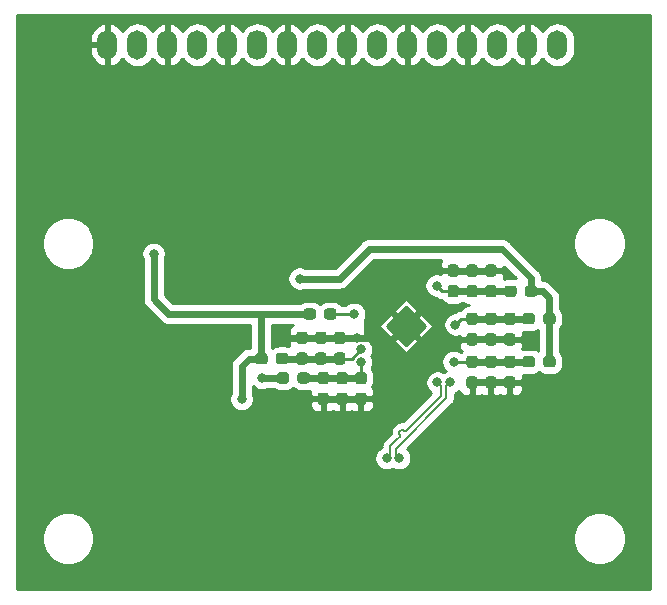
<source format=gbr>
G04 #@! TF.GenerationSoftware,KiCad,Pcbnew,5.1.6-c6e7f7d~87~ubuntu18.04.1*
G04 #@! TF.CreationDate,2020-08-30T23:35:35+09:00*
G04 #@! TF.ProjectId,csi-analogvideo-capture,6373692d-616e-4616-9c6f-67766964656f,rev?*
G04 #@! TF.SameCoordinates,PX55d4a80PY7270e00*
G04 #@! TF.FileFunction,Copper,L2,Bot*
G04 #@! TF.FilePolarity,Positive*
%FSLAX46Y46*%
G04 Gerber Fmt 4.6, Leading zero omitted, Abs format (unit mm)*
G04 Created by KiCad (PCBNEW 5.1.6-c6e7f7d~87~ubuntu18.04.1) date 2020-08-30 23:35:35*
%MOMM*%
%LPD*%
G01*
G04 APERTURE LIST*
G04 #@! TA.AperFunction,ComponentPad*
%ADD10O,1.700000X2.500000*%
G04 #@! TD*
G04 #@! TA.AperFunction,ComponentPad*
%ADD11O,1.700000X2.520000*%
G04 #@! TD*
G04 #@! TA.AperFunction,ViaPad*
%ADD12C,0.800000*%
G04 #@! TD*
G04 #@! TA.AperFunction,ViaPad*
%ADD13C,2.100000*%
G04 #@! TD*
G04 #@! TA.AperFunction,Conductor*
%ADD14C,0.600000*%
G04 #@! TD*
G04 #@! TA.AperFunction,Conductor*
%ADD15C,0.250000*%
G04 #@! TD*
G04 #@! TA.AperFunction,Conductor*
%ADD16C,0.200000*%
G04 #@! TD*
G04 #@! TA.AperFunction,Conductor*
%ADD17C,0.254000*%
G04 #@! TD*
G04 APERTURE END LIST*
G04 #@! TA.AperFunction,SMDPad,CuDef*
G36*
G01*
X25037500Y21450000D02*
X24562500Y21450000D01*
G75*
G02*
X24325000Y21687500I0J237500D01*
G01*
X24325000Y22262500D01*
G75*
G02*
X24562500Y22500000I237500J0D01*
G01*
X25037500Y22500000D01*
G75*
G02*
X25275000Y22262500I0J-237500D01*
G01*
X25275000Y21687500D01*
G75*
G02*
X25037500Y21450000I-237500J0D01*
G01*
G37*
G04 #@! TD.AperFunction*
G04 #@! TA.AperFunction,SMDPad,CuDef*
G36*
G01*
X25037500Y19700000D02*
X24562500Y19700000D01*
G75*
G02*
X24325000Y19937500I0J237500D01*
G01*
X24325000Y20512500D01*
G75*
G02*
X24562500Y20750000I237500J0D01*
G01*
X25037500Y20750000D01*
G75*
G02*
X25275000Y20512500I0J-237500D01*
G01*
X25275000Y19937500D01*
G75*
G02*
X25037500Y19700000I-237500J0D01*
G01*
G37*
G04 #@! TD.AperFunction*
G04 #@! TA.AperFunction,SMDPad,CuDef*
G36*
G01*
X26362500Y19100000D02*
X26837500Y19100000D01*
G75*
G02*
X27075000Y18862500I0J-237500D01*
G01*
X27075000Y18287500D01*
G75*
G02*
X26837500Y18050000I-237500J0D01*
G01*
X26362500Y18050000D01*
G75*
G02*
X26125000Y18287500I0J237500D01*
G01*
X26125000Y18862500D01*
G75*
G02*
X26362500Y19100000I237500J0D01*
G01*
G37*
G04 #@! TD.AperFunction*
G04 #@! TA.AperFunction,SMDPad,CuDef*
G36*
G01*
X26362500Y17350000D02*
X26837500Y17350000D01*
G75*
G02*
X27075000Y17112500I0J-237500D01*
G01*
X27075000Y16537500D01*
G75*
G02*
X26837500Y16300000I-237500J0D01*
G01*
X26362500Y16300000D01*
G75*
G02*
X26125000Y16537500I0J237500D01*
G01*
X26125000Y17112500D01*
G75*
G02*
X26362500Y17350000I237500J0D01*
G01*
G37*
G04 #@! TD.AperFunction*
G04 #@! TA.AperFunction,SMDPad,CuDef*
G36*
G01*
X41037500Y25400000D02*
X40562500Y25400000D01*
G75*
G02*
X40325000Y25637500I0J237500D01*
G01*
X40325000Y26212500D01*
G75*
G02*
X40562500Y26450000I237500J0D01*
G01*
X41037500Y26450000D01*
G75*
G02*
X41275000Y26212500I0J-237500D01*
G01*
X41275000Y25637500D01*
G75*
G02*
X41037500Y25400000I-237500J0D01*
G01*
G37*
G04 #@! TD.AperFunction*
G04 #@! TA.AperFunction,SMDPad,CuDef*
G36*
G01*
X41037500Y27150000D02*
X40562500Y27150000D01*
G75*
G02*
X40325000Y27387500I0J237500D01*
G01*
X40325000Y27962500D01*
G75*
G02*
X40562500Y28200000I237500J0D01*
G01*
X41037500Y28200000D01*
G75*
G02*
X41275000Y27962500I0J-237500D01*
G01*
X41275000Y27387500D01*
G75*
G02*
X41037500Y27150000I-237500J0D01*
G01*
G37*
G04 #@! TD.AperFunction*
G04 #@! TA.AperFunction,SMDPad,CuDef*
G36*
G01*
X42162500Y18726156D02*
X42637500Y18726156D01*
G75*
G02*
X42875000Y18488656I0J-237500D01*
G01*
X42875000Y17913656D01*
G75*
G02*
X42637500Y17676156I-237500J0D01*
G01*
X42162500Y17676156D01*
G75*
G02*
X41925000Y17913656I0J237500D01*
G01*
X41925000Y18488656D01*
G75*
G02*
X42162500Y18726156I237500J0D01*
G01*
G37*
G04 #@! TD.AperFunction*
G04 #@! TA.AperFunction,SMDPad,CuDef*
G36*
G01*
X42162500Y20476156D02*
X42637500Y20476156D01*
G75*
G02*
X42875000Y20238656I0J-237500D01*
G01*
X42875000Y19663656D01*
G75*
G02*
X42637500Y19426156I-237500J0D01*
G01*
X42162500Y19426156D01*
G75*
G02*
X41925000Y19663656I0J237500D01*
G01*
X41925000Y20238656D01*
G75*
G02*
X42162500Y20476156I237500J0D01*
G01*
G37*
G04 #@! TD.AperFunction*
G04 #@! TA.AperFunction,SMDPad,CuDef*
G36*
G01*
X42162500Y22375000D02*
X42637500Y22375000D01*
G75*
G02*
X42875000Y22137500I0J-237500D01*
G01*
X42875000Y21562500D01*
G75*
G02*
X42637500Y21325000I-237500J0D01*
G01*
X42162500Y21325000D01*
G75*
G02*
X41925000Y21562500I0J237500D01*
G01*
X41925000Y22137500D01*
G75*
G02*
X42162500Y22375000I237500J0D01*
G01*
G37*
G04 #@! TD.AperFunction*
G04 #@! TA.AperFunction,SMDPad,CuDef*
G36*
G01*
X42162500Y24125000D02*
X42637500Y24125000D01*
G75*
G02*
X42875000Y23887500I0J-237500D01*
G01*
X42875000Y23312500D01*
G75*
G02*
X42637500Y23075000I-237500J0D01*
G01*
X42162500Y23075000D01*
G75*
G02*
X41925000Y23312500I0J237500D01*
G01*
X41925000Y23887500D01*
G75*
G02*
X42162500Y24125000I237500J0D01*
G01*
G37*
G04 #@! TD.AperFunction*
G04 #@! TA.AperFunction,SMDPad,CuDef*
G36*
G01*
X26637500Y19700000D02*
X26162500Y19700000D01*
G75*
G02*
X25925000Y19937500I0J237500D01*
G01*
X25925000Y20512500D01*
G75*
G02*
X26162500Y20750000I237500J0D01*
G01*
X26637500Y20750000D01*
G75*
G02*
X26875000Y20512500I0J-237500D01*
G01*
X26875000Y19937500D01*
G75*
G02*
X26637500Y19700000I-237500J0D01*
G01*
G37*
G04 #@! TD.AperFunction*
G04 #@! TA.AperFunction,SMDPad,CuDef*
G36*
G01*
X26637500Y21450000D02*
X26162500Y21450000D01*
G75*
G02*
X25925000Y21687500I0J237500D01*
G01*
X25925000Y22262500D01*
G75*
G02*
X26162500Y22500000I237500J0D01*
G01*
X26637500Y22500000D01*
G75*
G02*
X26875000Y22262500I0J-237500D01*
G01*
X26875000Y21687500D01*
G75*
G02*
X26637500Y21450000I-237500J0D01*
G01*
G37*
G04 #@! TD.AperFunction*
G04 #@! TA.AperFunction,SMDPad,CuDef*
G36*
G01*
X27962500Y17350000D02*
X28437500Y17350000D01*
G75*
G02*
X28675000Y17112500I0J-237500D01*
G01*
X28675000Y16537500D01*
G75*
G02*
X28437500Y16300000I-237500J0D01*
G01*
X27962500Y16300000D01*
G75*
G02*
X27725000Y16537500I0J237500D01*
G01*
X27725000Y17112500D01*
G75*
G02*
X27962500Y17350000I237500J0D01*
G01*
G37*
G04 #@! TD.AperFunction*
G04 #@! TA.AperFunction,SMDPad,CuDef*
G36*
G01*
X27962500Y19100000D02*
X28437500Y19100000D01*
G75*
G02*
X28675000Y18862500I0J-237500D01*
G01*
X28675000Y18287500D01*
G75*
G02*
X28437500Y18050000I-237500J0D01*
G01*
X27962500Y18050000D01*
G75*
G02*
X27725000Y18287500I0J237500D01*
G01*
X27725000Y18862500D01*
G75*
G02*
X27962500Y19100000I237500J0D01*
G01*
G37*
G04 #@! TD.AperFunction*
G04 #@! TA.AperFunction,SMDPad,CuDef*
G36*
G01*
X39437500Y27150000D02*
X38962500Y27150000D01*
G75*
G02*
X38725000Y27387500I0J237500D01*
G01*
X38725000Y27962500D01*
G75*
G02*
X38962500Y28200000I237500J0D01*
G01*
X39437500Y28200000D01*
G75*
G02*
X39675000Y27962500I0J-237500D01*
G01*
X39675000Y27387500D01*
G75*
G02*
X39437500Y27150000I-237500J0D01*
G01*
G37*
G04 #@! TD.AperFunction*
G04 #@! TA.AperFunction,SMDPad,CuDef*
G36*
G01*
X39437500Y25400000D02*
X38962500Y25400000D01*
G75*
G02*
X38725000Y25637500I0J237500D01*
G01*
X38725000Y26212500D01*
G75*
G02*
X38962500Y26450000I237500J0D01*
G01*
X39437500Y26450000D01*
G75*
G02*
X39675000Y26212500I0J-237500D01*
G01*
X39675000Y25637500D01*
G75*
G02*
X39437500Y25400000I-237500J0D01*
G01*
G37*
G04 #@! TD.AperFunction*
G04 #@! TA.AperFunction,SMDPad,CuDef*
G36*
G01*
X40562500Y18726156D02*
X41037500Y18726156D01*
G75*
G02*
X41275000Y18488656I0J-237500D01*
G01*
X41275000Y17913656D01*
G75*
G02*
X41037500Y17676156I-237500J0D01*
G01*
X40562500Y17676156D01*
G75*
G02*
X40325000Y17913656I0J237500D01*
G01*
X40325000Y18488656D01*
G75*
G02*
X40562500Y18726156I237500J0D01*
G01*
G37*
G04 #@! TD.AperFunction*
G04 #@! TA.AperFunction,SMDPad,CuDef*
G36*
G01*
X40562500Y20476156D02*
X41037500Y20476156D01*
G75*
G02*
X41275000Y20238656I0J-237500D01*
G01*
X41275000Y19663656D01*
G75*
G02*
X41037500Y19426156I-237500J0D01*
G01*
X40562500Y19426156D01*
G75*
G02*
X40325000Y19663656I0J237500D01*
G01*
X40325000Y20238656D01*
G75*
G02*
X40562500Y20476156I237500J0D01*
G01*
G37*
G04 #@! TD.AperFunction*
G04 #@! TA.AperFunction,SMDPad,CuDef*
G36*
G01*
X40562500Y24125000D02*
X41037500Y24125000D01*
G75*
G02*
X41275000Y23887500I0J-237500D01*
G01*
X41275000Y23312500D01*
G75*
G02*
X41037500Y23075000I-237500J0D01*
G01*
X40562500Y23075000D01*
G75*
G02*
X40325000Y23312500I0J237500D01*
G01*
X40325000Y23887500D01*
G75*
G02*
X40562500Y24125000I237500J0D01*
G01*
G37*
G04 #@! TD.AperFunction*
G04 #@! TA.AperFunction,SMDPad,CuDef*
G36*
G01*
X40562500Y22375000D02*
X41037500Y22375000D01*
G75*
G02*
X41275000Y22137500I0J-237500D01*
G01*
X41275000Y21562500D01*
G75*
G02*
X41037500Y21325000I-237500J0D01*
G01*
X40562500Y21325000D01*
G75*
G02*
X40325000Y21562500I0J237500D01*
G01*
X40325000Y22137500D01*
G75*
G02*
X40562500Y22375000I237500J0D01*
G01*
G37*
G04 #@! TD.AperFunction*
G04 #@! TA.AperFunction,SMDPad,CuDef*
G36*
G01*
X28237500Y21450000D02*
X27762500Y21450000D01*
G75*
G02*
X27525000Y21687500I0J237500D01*
G01*
X27525000Y22262500D01*
G75*
G02*
X27762500Y22500000I237500J0D01*
G01*
X28237500Y22500000D01*
G75*
G02*
X28475000Y22262500I0J-237500D01*
G01*
X28475000Y21687500D01*
G75*
G02*
X28237500Y21450000I-237500J0D01*
G01*
G37*
G04 #@! TD.AperFunction*
G04 #@! TA.AperFunction,SMDPad,CuDef*
G36*
G01*
X28237500Y19700000D02*
X27762500Y19700000D01*
G75*
G02*
X27525000Y19937500I0J237500D01*
G01*
X27525000Y20512500D01*
G75*
G02*
X27762500Y20750000I237500J0D01*
G01*
X28237500Y20750000D01*
G75*
G02*
X28475000Y20512500I0J-237500D01*
G01*
X28475000Y19937500D01*
G75*
G02*
X28237500Y19700000I-237500J0D01*
G01*
G37*
G04 #@! TD.AperFunction*
G04 #@! TA.AperFunction,SMDPad,CuDef*
G36*
G01*
X29562500Y19100000D02*
X30037500Y19100000D01*
G75*
G02*
X30275000Y18862500I0J-237500D01*
G01*
X30275000Y18287500D01*
G75*
G02*
X30037500Y18050000I-237500J0D01*
G01*
X29562500Y18050000D01*
G75*
G02*
X29325000Y18287500I0J237500D01*
G01*
X29325000Y18862500D01*
G75*
G02*
X29562500Y19100000I237500J0D01*
G01*
G37*
G04 #@! TD.AperFunction*
G04 #@! TA.AperFunction,SMDPad,CuDef*
G36*
G01*
X29562500Y17350000D02*
X30037500Y17350000D01*
G75*
G02*
X30275000Y17112500I0J-237500D01*
G01*
X30275000Y16537500D01*
G75*
G02*
X30037500Y16300000I-237500J0D01*
G01*
X29562500Y16300000D01*
G75*
G02*
X29325000Y16537500I0J237500D01*
G01*
X29325000Y17112500D01*
G75*
G02*
X29562500Y17350000I237500J0D01*
G01*
G37*
G04 #@! TD.AperFunction*
G04 #@! TA.AperFunction,SMDPad,CuDef*
G36*
G01*
X37837500Y25400000D02*
X37362500Y25400000D01*
G75*
G02*
X37125000Y25637500I0J237500D01*
G01*
X37125000Y26212500D01*
G75*
G02*
X37362500Y26450000I237500J0D01*
G01*
X37837500Y26450000D01*
G75*
G02*
X38075000Y26212500I0J-237500D01*
G01*
X38075000Y25637500D01*
G75*
G02*
X37837500Y25400000I-237500J0D01*
G01*
G37*
G04 #@! TD.AperFunction*
G04 #@! TA.AperFunction,SMDPad,CuDef*
G36*
G01*
X37837500Y27150000D02*
X37362500Y27150000D01*
G75*
G02*
X37125000Y27387500I0J237500D01*
G01*
X37125000Y27962500D01*
G75*
G02*
X37362500Y28200000I237500J0D01*
G01*
X37837500Y28200000D01*
G75*
G02*
X38075000Y27962500I0J-237500D01*
G01*
X38075000Y27387500D01*
G75*
G02*
X37837500Y27150000I-237500J0D01*
G01*
G37*
G04 #@! TD.AperFunction*
G04 #@! TA.AperFunction,SMDPad,CuDef*
G36*
G01*
X38962500Y20475000D02*
X39437500Y20475000D01*
G75*
G02*
X39675000Y20237500I0J-237500D01*
G01*
X39675000Y19662500D01*
G75*
G02*
X39437500Y19425000I-237500J0D01*
G01*
X38962500Y19425000D01*
G75*
G02*
X38725000Y19662500I0J237500D01*
G01*
X38725000Y20237500D01*
G75*
G02*
X38962500Y20475000I237500J0D01*
G01*
G37*
G04 #@! TD.AperFunction*
G04 #@! TA.AperFunction,SMDPad,CuDef*
G36*
G01*
X38962500Y18725000D02*
X39437500Y18725000D01*
G75*
G02*
X39675000Y18487500I0J-237500D01*
G01*
X39675000Y17912500D01*
G75*
G02*
X39437500Y17675000I-237500J0D01*
G01*
X38962500Y17675000D01*
G75*
G02*
X38725000Y17912500I0J237500D01*
G01*
X38725000Y18487500D01*
G75*
G02*
X38962500Y18725000I237500J0D01*
G01*
G37*
G04 #@! TD.AperFunction*
G04 #@! TA.AperFunction,SMDPad,CuDef*
G36*
G01*
X38962500Y22375000D02*
X39437500Y22375000D01*
G75*
G02*
X39675000Y22137500I0J-237500D01*
G01*
X39675000Y21562500D01*
G75*
G02*
X39437500Y21325000I-237500J0D01*
G01*
X38962500Y21325000D01*
G75*
G02*
X38725000Y21562500I0J237500D01*
G01*
X38725000Y22137500D01*
G75*
G02*
X38962500Y22375000I237500J0D01*
G01*
G37*
G04 #@! TD.AperFunction*
G04 #@! TA.AperFunction,SMDPad,CuDef*
G36*
G01*
X38962500Y24125000D02*
X39437500Y24125000D01*
G75*
G02*
X39675000Y23887500I0J-237500D01*
G01*
X39675000Y23312500D01*
G75*
G02*
X39437500Y23075000I-237500J0D01*
G01*
X38962500Y23075000D01*
G75*
G02*
X38725000Y23312500I0J237500D01*
G01*
X38725000Y23887500D01*
G75*
G02*
X38962500Y24125000I237500J0D01*
G01*
G37*
G04 #@! TD.AperFunction*
G04 #@! TA.AperFunction,SMDPad,CuDef*
G36*
G01*
X22593880Y19986220D02*
X22593880Y20461220D01*
G75*
G02*
X22831380Y20698720I237500J0D01*
G01*
X23406380Y20698720D01*
G75*
G02*
X23643880Y20461220I0J-237500D01*
G01*
X23643880Y19986220D01*
G75*
G02*
X23406380Y19748720I-237500J0D01*
G01*
X22831380Y19748720D01*
G75*
G02*
X22593880Y19986220I0J237500D01*
G01*
G37*
G04 #@! TD.AperFunction*
G04 #@! TA.AperFunction,SMDPad,CuDef*
G36*
G01*
X20843880Y19986220D02*
X20843880Y20461220D01*
G75*
G02*
X21081380Y20698720I237500J0D01*
G01*
X21656380Y20698720D01*
G75*
G02*
X21893880Y20461220I0J-237500D01*
G01*
X21893880Y19986220D01*
G75*
G02*
X21656380Y19748720I-237500J0D01*
G01*
X21081380Y19748720D01*
G75*
G02*
X20843880Y19986220I0J237500D01*
G01*
G37*
G04 #@! TD.AperFunction*
G04 #@! TA.AperFunction,SMDPad,CuDef*
G36*
G01*
X24421440Y18340300D02*
X24421440Y18815300D01*
G75*
G02*
X24658940Y19052800I237500J0D01*
G01*
X25233940Y19052800D01*
G75*
G02*
X25471440Y18815300I0J-237500D01*
G01*
X25471440Y18340300D01*
G75*
G02*
X25233940Y18102800I-237500J0D01*
G01*
X24658940Y18102800D01*
G75*
G02*
X24421440Y18340300I0J237500D01*
G01*
G37*
G04 #@! TD.AperFunction*
G04 #@! TA.AperFunction,SMDPad,CuDef*
G36*
G01*
X22671440Y18340300D02*
X22671440Y18815300D01*
G75*
G02*
X22908940Y19052800I237500J0D01*
G01*
X23483940Y19052800D01*
G75*
G02*
X23721440Y18815300I0J-237500D01*
G01*
X23721440Y18340300D01*
G75*
G02*
X23483940Y18102800I-237500J0D01*
G01*
X22908940Y18102800D01*
G75*
G02*
X22671440Y18340300I0J237500D01*
G01*
G37*
G04 #@! TD.AperFunction*
G04 #@! TA.AperFunction,SMDPad,CuDef*
G36*
G01*
X44725000Y26162500D02*
X44725000Y25687500D01*
G75*
G02*
X44487500Y25450000I-237500J0D01*
G01*
X43912500Y25450000D01*
G75*
G02*
X43675000Y25687500I0J237500D01*
G01*
X43675000Y26162500D01*
G75*
G02*
X43912500Y26400000I237500J0D01*
G01*
X44487500Y26400000D01*
G75*
G02*
X44725000Y26162500I0J-237500D01*
G01*
G37*
G04 #@! TD.AperFunction*
G04 #@! TA.AperFunction,SMDPad,CuDef*
G36*
G01*
X42975000Y26162500D02*
X42975000Y25687500D01*
G75*
G02*
X42737500Y25450000I-237500J0D01*
G01*
X42162500Y25450000D01*
G75*
G02*
X41925000Y25687500I0J237500D01*
G01*
X41925000Y26162500D01*
G75*
G02*
X42162500Y26400000I237500J0D01*
G01*
X42737500Y26400000D01*
G75*
G02*
X42975000Y26162500I0J-237500D01*
G01*
G37*
G04 #@! TD.AperFunction*
G04 #@! TA.AperFunction,SMDPad,CuDef*
G36*
G01*
X46275000Y20191980D02*
X46275000Y19716980D01*
G75*
G02*
X46037500Y19479480I-237500J0D01*
G01*
X45462500Y19479480D01*
G75*
G02*
X45225000Y19716980I0J237500D01*
G01*
X45225000Y20191980D01*
G75*
G02*
X45462500Y20429480I237500J0D01*
G01*
X46037500Y20429480D01*
G75*
G02*
X46275000Y20191980I0J-237500D01*
G01*
G37*
G04 #@! TD.AperFunction*
G04 #@! TA.AperFunction,SMDPad,CuDef*
G36*
G01*
X44525000Y20191980D02*
X44525000Y19716980D01*
G75*
G02*
X44287500Y19479480I-237500J0D01*
G01*
X43712500Y19479480D01*
G75*
G02*
X43475000Y19716980I0J237500D01*
G01*
X43475000Y20191980D01*
G75*
G02*
X43712500Y20429480I237500J0D01*
G01*
X44287500Y20429480D01*
G75*
G02*
X44525000Y20191980I0J-237500D01*
G01*
G37*
G04 #@! TD.AperFunction*
G04 #@! TA.AperFunction,SMDPad,CuDef*
G36*
G01*
X46275000Y23837500D02*
X46275000Y23362500D01*
G75*
G02*
X46037500Y23125000I-237500J0D01*
G01*
X45462500Y23125000D01*
G75*
G02*
X45225000Y23362500I0J237500D01*
G01*
X45225000Y23837500D01*
G75*
G02*
X45462500Y24075000I237500J0D01*
G01*
X46037500Y24075000D01*
G75*
G02*
X46275000Y23837500I0J-237500D01*
G01*
G37*
G04 #@! TD.AperFunction*
G04 #@! TA.AperFunction,SMDPad,CuDef*
G36*
G01*
X44525000Y23837500D02*
X44525000Y23362500D01*
G75*
G02*
X44287500Y23125000I-237500J0D01*
G01*
X43712500Y23125000D01*
G75*
G02*
X43475000Y23362500I0J237500D01*
G01*
X43475000Y23837500D01*
G75*
G02*
X43712500Y24075000I237500J0D01*
G01*
X44287500Y24075000D01*
G75*
G02*
X44525000Y23837500I0J-237500D01*
G01*
G37*
G04 #@! TD.AperFunction*
G04 #@! TA.AperFunction,SMDPad,CuDef*
G36*
G01*
X25975000Y24237500D02*
X25975000Y23762500D01*
G75*
G02*
X25737500Y23525000I-237500J0D01*
G01*
X25162500Y23525000D01*
G75*
G02*
X24925000Y23762500I0J237500D01*
G01*
X24925000Y24237500D01*
G75*
G02*
X25162500Y24475000I237500J0D01*
G01*
X25737500Y24475000D01*
G75*
G02*
X25975000Y24237500I0J-237500D01*
G01*
G37*
G04 #@! TD.AperFunction*
G04 #@! TA.AperFunction,SMDPad,CuDef*
G36*
G01*
X27725000Y24237500D02*
X27725000Y23762500D01*
G75*
G02*
X27487500Y23525000I-237500J0D01*
G01*
X26912500Y23525000D01*
G75*
G02*
X26675000Y23762500I0J237500D01*
G01*
X26675000Y24237500D01*
G75*
G02*
X26912500Y24475000I237500J0D01*
G01*
X27487500Y24475000D01*
G75*
G02*
X27725000Y24237500I0J-237500D01*
G01*
G37*
G04 #@! TD.AperFunction*
D10*
X46430000Y46800000D03*
X43890000Y46800000D03*
X41350000Y46800000D03*
X38810000Y46800000D03*
X36270000Y46800000D03*
X33730000Y46800000D03*
X31190000Y46800000D03*
X28650000Y46800000D03*
X26110000Y46800000D03*
X23570000Y46800000D03*
D11*
X21030000Y46800000D03*
D10*
X18490000Y46800000D03*
X15950000Y46800000D03*
X13410000Y46800000D03*
X10870000Y46800000D03*
X8330000Y46800000D03*
D12*
X31100008Y19499992D03*
X22900000Y21975000D03*
D13*
X33600000Y23000000D03*
D12*
X14600000Y17600000D03*
X14600000Y8800000D03*
X40000000Y10800000D03*
X33200000Y28000000D03*
X29500000Y22000000D03*
X18600000Y13300000D03*
X22400000Y14000000D03*
X46400000Y16000000D03*
X14800000Y25800000D03*
X12000000Y35700000D03*
X24300000Y31500000D03*
X29500000Y31500000D03*
X33200000Y31500000D03*
X39500000Y31500000D03*
X37100000Y31500000D03*
X43000000Y31500000D03*
X34000000Y10800000D03*
X31000000Y10800000D03*
X37000000Y10800000D03*
X12250000Y29100000D03*
X19700000Y16800000D03*
X29800000Y20999962D03*
X29800000Y19900000D03*
X36200000Y26400000D03*
X37650000Y19950000D03*
X37800000Y23100000D03*
X37325000Y18200000D03*
X33025000Y11800000D03*
X36275000Y18200000D03*
X31975000Y11800000D03*
X29199982Y24000000D03*
X24600005Y27000005D03*
X21400000Y18600000D03*
D14*
X37600000Y27675000D02*
X39200000Y27675000D01*
X39200000Y27675000D02*
X40800000Y27675000D01*
X39200000Y21850000D02*
X40800000Y21850000D01*
X40800000Y21850000D02*
X42400000Y21850000D01*
X24800000Y21975000D02*
X26400000Y21975000D01*
X26400000Y21975000D02*
X28000000Y21975000D01*
X26600000Y16825000D02*
X28200000Y16825000D01*
X28200000Y16825000D02*
X29800000Y16825000D01*
X24800000Y21975000D02*
X22900000Y21975000D01*
X40798844Y18200000D02*
X40800000Y18201156D01*
X39200000Y18200000D02*
X40798844Y18200000D01*
X40800000Y18201156D02*
X42400000Y18201156D01*
X33600000Y23000000D02*
X34819758Y24219758D01*
X33600000Y23000000D02*
X32380242Y21780242D01*
X33600000Y23000000D02*
X32400000Y24200000D01*
X33600000Y23000000D02*
X34819758Y21780242D01*
X29500000Y22000000D02*
X30500000Y22000000D01*
X28025000Y22000000D02*
X28000000Y21975000D01*
X29500000Y22000000D02*
X28025000Y22000000D01*
X21368880Y23981120D02*
X21350000Y24000000D01*
X21368880Y20223720D02*
X21368880Y23981120D01*
X25450000Y24000000D02*
X21350000Y24000000D01*
X12250000Y25250000D02*
X12250000Y29100000D01*
X21350000Y24000000D02*
X13500000Y24000000D01*
X13500000Y24000000D02*
X12250000Y25250000D01*
X20323720Y20223720D02*
X21368880Y20223720D01*
X19700000Y16800000D02*
X19700000Y19600000D01*
X19700000Y19600000D02*
X20323720Y20223720D01*
X28000000Y20225000D02*
X26400000Y20225000D01*
X26400000Y20225000D02*
X24800000Y20225000D01*
X23120160Y20225000D02*
X23118880Y20223720D01*
X24800000Y20225000D02*
X23120160Y20225000D01*
D15*
X29025038Y20225000D02*
X29800000Y20999962D01*
X28000000Y20225000D02*
X29025038Y20225000D01*
D14*
X26597200Y18577800D02*
X26600000Y18575000D01*
X24946440Y18577800D02*
X26597200Y18577800D01*
X26600000Y18575000D02*
X28200000Y18575000D01*
X28200000Y18575000D02*
X29800000Y18575000D01*
D15*
X29800000Y19900000D02*
X29800000Y18575000D01*
D14*
X37600000Y25925000D02*
X39200000Y25925000D01*
X39200000Y25925000D02*
X40800000Y25925000D01*
X40800000Y25925000D02*
X42450000Y25925000D01*
D15*
X36675000Y25925000D02*
X36200000Y26400000D01*
X37600000Y25925000D02*
X36675000Y25925000D01*
D14*
X40798844Y19950000D02*
X40800000Y19951156D01*
X39200000Y19950000D02*
X40798844Y19950000D01*
X40800000Y19951156D02*
X42400000Y19951156D01*
X44033756Y19951156D02*
X44037080Y19954480D01*
X43996676Y19951156D02*
X44000000Y19954480D01*
X42400000Y19951156D02*
X43996676Y19951156D01*
D15*
X39200000Y19950000D02*
X37650000Y19950000D01*
D14*
X39200000Y23600000D02*
X40800000Y23600000D01*
X40800000Y23600000D02*
X42400000Y23600000D01*
X42400000Y23600000D02*
X44000000Y23600000D01*
D15*
X37800000Y23100000D02*
X38300000Y23600000D01*
X38300000Y23600000D02*
X39200000Y23600000D01*
D16*
X37325000Y18200000D02*
X37025000Y17900000D01*
X37025000Y17900000D02*
X37025000Y16906800D01*
X37025000Y16906800D02*
X32725000Y12606800D01*
X32725000Y12100000D02*
X33025000Y11800000D01*
X32725000Y12606800D02*
X32725000Y12100000D01*
X32080546Y11905546D02*
X31975000Y11800000D01*
X32275000Y12100000D02*
X32080546Y11905546D01*
X32275000Y12793200D02*
X32275000Y12100000D01*
X32945403Y13463604D02*
X32275000Y12793200D01*
X33104500Y13622704D02*
X32945403Y13463604D01*
X33038600Y14006802D02*
X33038600Y13847703D01*
X33197700Y14165901D02*
X33038600Y14006802D01*
X36575000Y17900000D02*
X36575000Y17093200D01*
X36275000Y18200000D02*
X36575000Y17900000D01*
X33104500Y13781803D02*
X33104500Y13622704D01*
X36575000Y17093200D02*
X33581800Y14100000D01*
X33038600Y13847703D02*
X33104500Y13781803D01*
X33581800Y14100000D02*
X33422700Y14100000D01*
X33422700Y14100000D02*
X33356799Y14165901D01*
X33356799Y14165901D02*
X33197700Y14165901D01*
D15*
X27200000Y24000000D02*
X29199982Y24000000D01*
D14*
X45750000Y25350000D02*
X45750000Y23600000D01*
X44200000Y25925000D02*
X45175000Y25925000D01*
X45175000Y25925000D02*
X45750000Y25350000D01*
X45750000Y23600000D02*
X45750000Y19954480D01*
X24600010Y27000000D02*
X24600005Y27000005D01*
X28000000Y27000000D02*
X24600010Y27000000D01*
X30500000Y29500000D02*
X28000000Y27000000D01*
X41750000Y29500000D02*
X30500000Y29500000D01*
X44200000Y25925000D02*
X44200000Y27050000D01*
X44200000Y27050000D02*
X41750000Y29500000D01*
X23174240Y18600000D02*
X23196440Y18577800D01*
X21400000Y18600000D02*
X23174240Y18600000D01*
D17*
G36*
X35220394Y23000000D02*
G01*
X33600000Y21379606D01*
X31979606Y23000000D01*
X33600000Y24620394D01*
X35220394Y23000000D01*
G37*
X35220394Y23000000D02*
X33600000Y21379606D01*
X31979606Y23000000D01*
X33600000Y24620394D01*
X35220394Y23000000D01*
G36*
X54290001Y710000D02*
G01*
X710000Y710000D01*
X710000Y5220128D01*
X2765000Y5220128D01*
X2765000Y4779872D01*
X2850890Y4348075D01*
X3019369Y3941331D01*
X3263962Y3575271D01*
X3575271Y3263962D01*
X3941331Y3019369D01*
X4348075Y2850890D01*
X4779872Y2765000D01*
X5220128Y2765000D01*
X5651925Y2850890D01*
X6058669Y3019369D01*
X6424729Y3263962D01*
X6736038Y3575271D01*
X6980631Y3941331D01*
X7149110Y4348075D01*
X7235000Y4779872D01*
X7235000Y5220128D01*
X47765000Y5220128D01*
X47765000Y4779872D01*
X47850890Y4348075D01*
X48019369Y3941331D01*
X48263962Y3575271D01*
X48575271Y3263962D01*
X48941331Y3019369D01*
X49348075Y2850890D01*
X49779872Y2765000D01*
X50220128Y2765000D01*
X50651925Y2850890D01*
X51058669Y3019369D01*
X51424729Y3263962D01*
X51736038Y3575271D01*
X51980631Y3941331D01*
X52149110Y4348075D01*
X52235000Y4779872D01*
X52235000Y5220128D01*
X52149110Y5651925D01*
X51980631Y6058669D01*
X51736038Y6424729D01*
X51424729Y6736038D01*
X51058669Y6980631D01*
X50651925Y7149110D01*
X50220128Y7235000D01*
X49779872Y7235000D01*
X49348075Y7149110D01*
X48941331Y6980631D01*
X48575271Y6736038D01*
X48263962Y6424729D01*
X48019369Y6058669D01*
X47850890Y5651925D01*
X47765000Y5220128D01*
X7235000Y5220128D01*
X7149110Y5651925D01*
X6980631Y6058669D01*
X6736038Y6424729D01*
X6424729Y6736038D01*
X6058669Y6980631D01*
X5651925Y7149110D01*
X5220128Y7235000D01*
X4779872Y7235000D01*
X4348075Y7149110D01*
X3941331Y6980631D01*
X3575271Y6736038D01*
X3263962Y6424729D01*
X3019369Y6058669D01*
X2850890Y5651925D01*
X2765000Y5220128D01*
X710000Y5220128D01*
X710000Y30220128D01*
X2765000Y30220128D01*
X2765000Y29779872D01*
X2850890Y29348075D01*
X3019369Y28941331D01*
X3263962Y28575271D01*
X3575271Y28263962D01*
X3941331Y28019369D01*
X4348075Y27850890D01*
X4779872Y27765000D01*
X5220128Y27765000D01*
X5651925Y27850890D01*
X6058669Y28019369D01*
X6424729Y28263962D01*
X6736038Y28575271D01*
X6980631Y28941331D01*
X7088578Y29201939D01*
X11215000Y29201939D01*
X11215000Y28998061D01*
X11254774Y28798102D01*
X11315001Y28652703D01*
X11315000Y25295932D01*
X11310476Y25250000D01*
X11317765Y25175998D01*
X11328529Y25066709D01*
X11381993Y24890461D01*
X11468814Y24728029D01*
X11585656Y24585656D01*
X11621341Y24556370D01*
X12806370Y23371341D01*
X12835656Y23335656D01*
X12978028Y23218814D01*
X13140460Y23131993D01*
X13302645Y23082795D01*
X13316708Y23078529D01*
X13500000Y23060476D01*
X13545932Y23065000D01*
X20433881Y23065000D01*
X20433880Y21158720D01*
X20369651Y21158720D01*
X20323719Y21163244D01*
X20140427Y21145191D01*
X20095700Y21131623D01*
X19964180Y21091727D01*
X19801748Y21004906D01*
X19659376Y20888064D01*
X19630090Y20852379D01*
X19071336Y20293625D01*
X19035657Y20264344D01*
X18918815Y20121972D01*
X18875230Y20040429D01*
X18831994Y19959540D01*
X18778529Y19783291D01*
X18760476Y19600000D01*
X18765001Y19554058D01*
X18765000Y17247296D01*
X18704774Y17101898D01*
X18665000Y16901939D01*
X18665000Y16698061D01*
X18704774Y16498102D01*
X18782795Y16309744D01*
X18896063Y16140226D01*
X19040226Y15996063D01*
X19209744Y15882795D01*
X19398102Y15804774D01*
X19598061Y15765000D01*
X19801939Y15765000D01*
X20001898Y15804774D01*
X20190256Y15882795D01*
X20359774Y15996063D01*
X20503937Y16140226D01*
X20610694Y16300000D01*
X25486928Y16300000D01*
X25499188Y16175518D01*
X25535498Y16055820D01*
X25594463Y15945506D01*
X25673815Y15848815D01*
X25770506Y15769463D01*
X25880820Y15710498D01*
X26000518Y15674188D01*
X26125000Y15661928D01*
X26314250Y15665000D01*
X26473000Y15823750D01*
X26473000Y16698000D01*
X26727000Y16698000D01*
X26727000Y15823750D01*
X26885750Y15665000D01*
X27075000Y15661928D01*
X27199482Y15674188D01*
X27319180Y15710498D01*
X27400000Y15753698D01*
X27480820Y15710498D01*
X27600518Y15674188D01*
X27725000Y15661928D01*
X27914250Y15665000D01*
X28073000Y15823750D01*
X28073000Y16698000D01*
X28327000Y16698000D01*
X28327000Y15823750D01*
X28485750Y15665000D01*
X28675000Y15661928D01*
X28799482Y15674188D01*
X28919180Y15710498D01*
X29000000Y15753698D01*
X29080820Y15710498D01*
X29200518Y15674188D01*
X29325000Y15661928D01*
X29514250Y15665000D01*
X29673000Y15823750D01*
X29673000Y16698000D01*
X29927000Y16698000D01*
X29927000Y15823750D01*
X30085750Y15665000D01*
X30275000Y15661928D01*
X30399482Y15674188D01*
X30519180Y15710498D01*
X30629494Y15769463D01*
X30726185Y15848815D01*
X30805537Y15945506D01*
X30864502Y16055820D01*
X30900812Y16175518D01*
X30913072Y16300000D01*
X30910000Y16539250D01*
X30751250Y16698000D01*
X29927000Y16698000D01*
X29673000Y16698000D01*
X28327000Y16698000D01*
X28073000Y16698000D01*
X26727000Y16698000D01*
X26473000Y16698000D01*
X25648750Y16698000D01*
X25490000Y16539250D01*
X25486928Y16300000D01*
X20610694Y16300000D01*
X20617205Y16309744D01*
X20695226Y16498102D01*
X20735000Y16698061D01*
X20735000Y16901939D01*
X20695226Y17101898D01*
X20635000Y17247295D01*
X20635000Y17901289D01*
X20740226Y17796063D01*
X20909744Y17682795D01*
X21098102Y17604774D01*
X21298061Y17565000D01*
X21501939Y17565000D01*
X21701898Y17604774D01*
X21847295Y17665000D01*
X22358269Y17665000D01*
X22422498Y17612288D01*
X22573873Y17531377D01*
X22738124Y17481552D01*
X22908940Y17464728D01*
X23483940Y17464728D01*
X23654756Y17481552D01*
X23819007Y17531377D01*
X23970382Y17612288D01*
X24071440Y17695225D01*
X24172498Y17612288D01*
X24323873Y17531377D01*
X24488124Y17481552D01*
X24658940Y17464728D01*
X25233940Y17464728D01*
X25404756Y17481552D01*
X25511120Y17513817D01*
X25499188Y17474482D01*
X25486928Y17350000D01*
X25490000Y17110750D01*
X25648750Y16952000D01*
X26473000Y16952000D01*
X26473000Y16972000D01*
X26727000Y16972000D01*
X26727000Y16952000D01*
X28073000Y16952000D01*
X28073000Y16972000D01*
X28327000Y16972000D01*
X28327000Y16952000D01*
X29673000Y16952000D01*
X29673000Y16972000D01*
X29927000Y16972000D01*
X29927000Y16952000D01*
X30751250Y16952000D01*
X30910000Y17110750D01*
X30913072Y17350000D01*
X30900812Y17474482D01*
X30864502Y17594180D01*
X30805537Y17704494D01*
X30745901Y17777161D01*
X30765512Y17801058D01*
X30846423Y17952433D01*
X30896248Y18116684D01*
X30913072Y18287500D01*
X30913072Y18862500D01*
X30896248Y19033316D01*
X30846423Y19197567D01*
X30765512Y19348942D01*
X30716490Y19408675D01*
X30717205Y19409744D01*
X30795226Y19598102D01*
X30835000Y19798061D01*
X30835000Y20001939D01*
X30795226Y20201898D01*
X30717205Y20390256D01*
X30677298Y20449981D01*
X30717205Y20509706D01*
X30795226Y20698064D01*
X30835000Y20898023D01*
X30835000Y21101901D01*
X30795226Y21301860D01*
X30717205Y21490218D01*
X30603937Y21659736D01*
X30459774Y21803899D01*
X30290256Y21917167D01*
X30127000Y21984790D01*
X30127000Y23000000D01*
X31273000Y23000000D01*
X31275440Y22975224D01*
X31282667Y22951399D01*
X31294403Y22929443D01*
X31310197Y22910197D01*
X33510197Y20710197D01*
X33529443Y20694403D01*
X33551399Y20682667D01*
X33575224Y20675440D01*
X33600000Y20673000D01*
X33624776Y20675440D01*
X33648601Y20682667D01*
X33670557Y20694403D01*
X33689803Y20710197D01*
X35889803Y22910197D01*
X35905597Y22929443D01*
X35917333Y22951399D01*
X35924560Y22975224D01*
X35927000Y23000000D01*
X35924560Y23024776D01*
X35917333Y23048601D01*
X35905597Y23070557D01*
X35889803Y23089803D01*
X33689803Y25289803D01*
X33670557Y25305597D01*
X33648601Y25317333D01*
X33624776Y25324560D01*
X33600000Y25327000D01*
X33575224Y25324560D01*
X33551399Y25317333D01*
X33529443Y25305597D01*
X33510197Y25289803D01*
X31310197Y23089803D01*
X31294403Y23070557D01*
X31282667Y23048601D01*
X31275440Y23024776D01*
X31273000Y23000000D01*
X30127000Y23000000D01*
X30127000Y23500000D01*
X30124560Y23524776D01*
X30124075Y23526374D01*
X30195208Y23698102D01*
X30234982Y23898061D01*
X30234982Y24101939D01*
X30195208Y24301898D01*
X30117187Y24490256D01*
X30003919Y24659774D01*
X29859756Y24803937D01*
X29690238Y24917205D01*
X29501880Y24995226D01*
X29301921Y25035000D01*
X29098043Y25035000D01*
X28898084Y24995226D01*
X28709726Y24917205D01*
X28540208Y24803937D01*
X28496271Y24760000D01*
X28185920Y24760000D01*
X28106623Y24856623D01*
X27973942Y24965512D01*
X27822567Y25046423D01*
X27658316Y25096248D01*
X27487500Y25113072D01*
X26912500Y25113072D01*
X26741684Y25096248D01*
X26577433Y25046423D01*
X26426058Y24965512D01*
X26325000Y24882575D01*
X26223942Y24965512D01*
X26072567Y25046423D01*
X25908316Y25096248D01*
X25737500Y25113072D01*
X25162500Y25113072D01*
X24991684Y25096248D01*
X24827433Y25046423D01*
X24676058Y24965512D01*
X24638879Y24935000D01*
X21395932Y24935000D01*
X21350000Y24939524D01*
X21304068Y24935000D01*
X13887289Y24935000D01*
X13185000Y25637289D01*
X13185000Y27101944D01*
X23565005Y27101944D01*
X23565005Y26898066D01*
X23604779Y26698107D01*
X23682800Y26509749D01*
X23796068Y26340231D01*
X23940231Y26196068D01*
X24109749Y26082800D01*
X24298107Y26004779D01*
X24498066Y25965005D01*
X24701944Y25965005D01*
X24901903Y26004779D01*
X25047288Y26065000D01*
X27954068Y26065000D01*
X28000000Y26060476D01*
X28045932Y26065000D01*
X28183292Y26078529D01*
X28359540Y26131993D01*
X28521972Y26218814D01*
X28664344Y26335656D01*
X28693630Y26371341D01*
X30887289Y28565000D01*
X36603085Y28565000D01*
X36594463Y28554494D01*
X36535498Y28444180D01*
X36499188Y28324482D01*
X36486928Y28200000D01*
X36490000Y27960750D01*
X36648750Y27802000D01*
X37473000Y27802000D01*
X37473000Y27822000D01*
X37727000Y27822000D01*
X37727000Y27802000D01*
X39073000Y27802000D01*
X39073000Y27822000D01*
X39327000Y27822000D01*
X39327000Y27802000D01*
X40673000Y27802000D01*
X40673000Y27822000D01*
X40927000Y27822000D01*
X40927000Y27802000D01*
X41751250Y27802000D01*
X41910000Y27960750D01*
X41910722Y28016989D01*
X42906260Y27021451D01*
X42737500Y27038072D01*
X42162500Y27038072D01*
X41991684Y27021248D01*
X41890176Y26990456D01*
X41900812Y27025518D01*
X41913072Y27150000D01*
X41910000Y27389250D01*
X41751250Y27548000D01*
X40927000Y27548000D01*
X40927000Y27528000D01*
X40673000Y27528000D01*
X40673000Y27548000D01*
X39327000Y27548000D01*
X39327000Y27528000D01*
X39073000Y27528000D01*
X39073000Y27548000D01*
X37727000Y27548000D01*
X37727000Y27528000D01*
X37473000Y27528000D01*
X37473000Y27548000D01*
X36648750Y27548000D01*
X36496959Y27396209D01*
X36301939Y27435000D01*
X36098061Y27435000D01*
X35898102Y27395226D01*
X35709744Y27317205D01*
X35540226Y27203937D01*
X35396063Y27059774D01*
X35282795Y26890256D01*
X35204774Y26701898D01*
X35165000Y26501939D01*
X35165000Y26298061D01*
X35204774Y26098102D01*
X35282795Y25909744D01*
X35396063Y25740226D01*
X35540226Y25596063D01*
X35709744Y25482795D01*
X35898102Y25404774D01*
X36098061Y25365000D01*
X36159368Y25365000D01*
X36250724Y25290026D01*
X36382753Y25219454D01*
X36526014Y25175997D01*
X36626445Y25166105D01*
X36634488Y25151058D01*
X36743377Y25018377D01*
X36876058Y24909488D01*
X37027433Y24828577D01*
X37191684Y24778752D01*
X37362500Y24761928D01*
X37837500Y24761928D01*
X38008316Y24778752D01*
X38172567Y24828577D01*
X38323942Y24909488D01*
X38400000Y24971907D01*
X38476058Y24909488D01*
X38627433Y24828577D01*
X38791684Y24778752D01*
X38956692Y24762500D01*
X38791684Y24746248D01*
X38627433Y24696423D01*
X38476058Y24615512D01*
X38343377Y24506623D01*
X38234488Y24373942D01*
X38225056Y24356296D01*
X38151014Y24349003D01*
X38007753Y24305546D01*
X37875724Y24234974D01*
X37759999Y24140001D01*
X37755895Y24135000D01*
X37698061Y24135000D01*
X37498102Y24095226D01*
X37309744Y24017205D01*
X37140226Y23903937D01*
X36996063Y23759774D01*
X36882795Y23590256D01*
X36804774Y23401898D01*
X36765000Y23201939D01*
X36765000Y22998061D01*
X36804774Y22798102D01*
X36882795Y22609744D01*
X36996063Y22440226D01*
X37140226Y22296063D01*
X37309744Y22182795D01*
X37498102Y22104774D01*
X37698061Y22065000D01*
X37901939Y22065000D01*
X38101898Y22104774D01*
X38115388Y22110362D01*
X38248750Y21977000D01*
X39073000Y21977000D01*
X39073000Y21997000D01*
X39327000Y21997000D01*
X39327000Y21977000D01*
X40673000Y21977000D01*
X40673000Y21997000D01*
X40927000Y21997000D01*
X40927000Y21977000D01*
X42273000Y21977000D01*
X42273000Y21997000D01*
X42527000Y21997000D01*
X42527000Y21977000D01*
X43351250Y21977000D01*
X43510000Y22135750D01*
X43513072Y22375000D01*
X43500812Y22499482D01*
X43495243Y22517840D01*
X43541684Y22503752D01*
X43712500Y22486928D01*
X44287500Y22486928D01*
X44458316Y22503752D01*
X44622567Y22553577D01*
X44773942Y22634488D01*
X44815000Y22668184D01*
X44815001Y20886296D01*
X44773942Y20919992D01*
X44622567Y21000903D01*
X44458316Y21050728D01*
X44287500Y21067552D01*
X43712500Y21067552D01*
X43541684Y21050728D01*
X43430368Y21016961D01*
X43464502Y21080820D01*
X43500812Y21200518D01*
X43513072Y21325000D01*
X43510000Y21564250D01*
X43351250Y21723000D01*
X42527000Y21723000D01*
X42527000Y21703000D01*
X42273000Y21703000D01*
X42273000Y21723000D01*
X40927000Y21723000D01*
X40927000Y21703000D01*
X40673000Y21703000D01*
X40673000Y21723000D01*
X39327000Y21723000D01*
X39327000Y21703000D01*
X39073000Y21703000D01*
X39073000Y21723000D01*
X38248750Y21723000D01*
X38090000Y21564250D01*
X38086928Y21325000D01*
X38099188Y21200518D01*
X38135498Y21080820D01*
X38194463Y20970506D01*
X38273815Y20873815D01*
X38323812Y20832783D01*
X38277049Y20775803D01*
X38140256Y20867205D01*
X37951898Y20945226D01*
X37751939Y20985000D01*
X37548061Y20985000D01*
X37348102Y20945226D01*
X37159744Y20867205D01*
X36990226Y20753937D01*
X36846063Y20609774D01*
X36732795Y20440256D01*
X36654774Y20251898D01*
X36615000Y20051939D01*
X36615000Y19848061D01*
X36654774Y19648102D01*
X36732795Y19459744D01*
X36846063Y19290226D01*
X36965092Y19171197D01*
X36834744Y19117205D01*
X36800000Y19093990D01*
X36765256Y19117205D01*
X36576898Y19195226D01*
X36376939Y19235000D01*
X36173061Y19235000D01*
X35973102Y19195226D01*
X35784744Y19117205D01*
X35615226Y19003937D01*
X35471063Y18859774D01*
X35357795Y18690256D01*
X35279774Y18501898D01*
X35240000Y18301939D01*
X35240000Y18098061D01*
X35279774Y17898102D01*
X35357795Y17709744D01*
X35471063Y17540226D01*
X35615226Y17396063D01*
X35749019Y17306666D01*
X33345720Y14903366D01*
X33320694Y14900901D01*
X33233804Y14900901D01*
X33197702Y14904457D01*
X33161597Y14900901D01*
X33161595Y14900901D01*
X33053615Y14890266D01*
X32915067Y14848238D01*
X32787380Y14779988D01*
X32675462Y14688139D01*
X32652444Y14660091D01*
X32544406Y14552054D01*
X32516362Y14529039D01*
X32424513Y14417121D01*
X32356263Y14289434D01*
X32314235Y14150886D01*
X32304256Y14049569D01*
X32300044Y14006804D01*
X32303600Y13970699D01*
X32303600Y13883808D01*
X32301135Y13858783D01*
X31780813Y13338458D01*
X31752762Y13315437D01*
X31688021Y13236550D01*
X31660913Y13203519D01*
X31592663Y13075832D01*
X31550635Y12937284D01*
X31536444Y12793200D01*
X31540000Y12757095D01*
X31540000Y12740093D01*
X31484744Y12717205D01*
X31315226Y12603937D01*
X31171063Y12459774D01*
X31057795Y12290256D01*
X30979774Y12101898D01*
X30940000Y11901939D01*
X30940000Y11698061D01*
X30979774Y11498102D01*
X31057795Y11309744D01*
X31171063Y11140226D01*
X31315226Y10996063D01*
X31484744Y10882795D01*
X31673102Y10804774D01*
X31873061Y10765000D01*
X32076939Y10765000D01*
X32276898Y10804774D01*
X32465256Y10882795D01*
X32500000Y10906010D01*
X32534744Y10882795D01*
X32723102Y10804774D01*
X32923061Y10765000D01*
X33126939Y10765000D01*
X33326898Y10804774D01*
X33515256Y10882795D01*
X33684774Y10996063D01*
X33828937Y11140226D01*
X33942205Y11309744D01*
X34020226Y11498102D01*
X34060000Y11698061D01*
X34060000Y11901939D01*
X34020226Y12101898D01*
X33942205Y12290256D01*
X33828937Y12459774D01*
X33723179Y12565532D01*
X37519193Y16361546D01*
X37547238Y16384562D01*
X37639087Y16496480D01*
X37707337Y16624167D01*
X37749365Y16762715D01*
X37760000Y16870695D01*
X37760000Y16870704D01*
X37763555Y16906799D01*
X37760000Y16942894D01*
X37760000Y17259907D01*
X37815256Y17282795D01*
X37984774Y17396063D01*
X38108507Y17519796D01*
X38135498Y17430820D01*
X38194463Y17320506D01*
X38273815Y17223815D01*
X38370506Y17144463D01*
X38480820Y17085498D01*
X38600518Y17049188D01*
X38725000Y17036928D01*
X38914250Y17040000D01*
X39073000Y17198750D01*
X39073000Y18073000D01*
X39327000Y18073000D01*
X39327000Y17198750D01*
X39485750Y17040000D01*
X39675000Y17036928D01*
X39799482Y17049188D01*
X39919180Y17085498D01*
X40001081Y17129276D01*
X40080820Y17086654D01*
X40200518Y17050344D01*
X40325000Y17038084D01*
X40514250Y17041156D01*
X40673000Y17199906D01*
X40673000Y18074156D01*
X40927000Y18074156D01*
X40927000Y17199906D01*
X41085750Y17041156D01*
X41275000Y17038084D01*
X41399482Y17050344D01*
X41519180Y17086654D01*
X41600000Y17129854D01*
X41680820Y17086654D01*
X41800518Y17050344D01*
X41925000Y17038084D01*
X42114250Y17041156D01*
X42273000Y17199906D01*
X42273000Y18074156D01*
X42527000Y18074156D01*
X42527000Y17199906D01*
X42685750Y17041156D01*
X42875000Y17038084D01*
X42999482Y17050344D01*
X43119180Y17086654D01*
X43229494Y17145619D01*
X43326185Y17224971D01*
X43405537Y17321662D01*
X43464502Y17431976D01*
X43500812Y17551674D01*
X43513072Y17676156D01*
X43510000Y17915406D01*
X43351250Y18074156D01*
X42527000Y18074156D01*
X42273000Y18074156D01*
X40927000Y18074156D01*
X40673000Y18074156D01*
X39848750Y18074156D01*
X39847594Y18073000D01*
X39327000Y18073000D01*
X39073000Y18073000D01*
X39053000Y18073000D01*
X39053000Y18327000D01*
X39073000Y18327000D01*
X39073000Y18347000D01*
X39327000Y18347000D01*
X39327000Y18327000D01*
X40151250Y18327000D01*
X40152406Y18328156D01*
X40673000Y18328156D01*
X40673000Y18348156D01*
X40927000Y18348156D01*
X40927000Y18328156D01*
X42273000Y18328156D01*
X42273000Y18348156D01*
X42527000Y18348156D01*
X42527000Y18328156D01*
X43351250Y18328156D01*
X43510000Y18486906D01*
X43513072Y18726156D01*
X43500812Y18850638D01*
X43494133Y18872657D01*
X43541684Y18858232D01*
X43712500Y18841408D01*
X44287500Y18841408D01*
X44458316Y18858232D01*
X44622567Y18908057D01*
X44773942Y18988968D01*
X44875000Y19071905D01*
X44976058Y18988968D01*
X45127433Y18908057D01*
X45291684Y18858232D01*
X45462500Y18841408D01*
X46037500Y18841408D01*
X46208316Y18858232D01*
X46372567Y18908057D01*
X46523942Y18988968D01*
X46656623Y19097857D01*
X46765512Y19230538D01*
X46846423Y19381913D01*
X46896248Y19546164D01*
X46913072Y19716980D01*
X46913072Y20191980D01*
X46896248Y20362796D01*
X46846423Y20527047D01*
X46765512Y20678422D01*
X46685000Y20776526D01*
X46685000Y22777954D01*
X46765512Y22876058D01*
X46846423Y23027433D01*
X46896248Y23191684D01*
X46913072Y23362500D01*
X46913072Y23837500D01*
X46896248Y24008316D01*
X46846423Y24172567D01*
X46765512Y24323942D01*
X46685000Y24422046D01*
X46685000Y25304065D01*
X46689524Y25350000D01*
X46671472Y25533292D01*
X46639860Y25637500D01*
X46618007Y25709540D01*
X46531186Y25871972D01*
X46414344Y26014344D01*
X46378655Y26043633D01*
X45868630Y26553658D01*
X45839344Y26589344D01*
X45696972Y26706186D01*
X45534540Y26793007D01*
X45358292Y26846471D01*
X45220932Y26860000D01*
X45175000Y26864524D01*
X45135000Y26860584D01*
X45135000Y27004069D01*
X45139524Y27050001D01*
X45121471Y27233293D01*
X45083174Y27359540D01*
X45068007Y27409540D01*
X44981186Y27571972D01*
X44864344Y27714344D01*
X44828664Y27743626D01*
X42443630Y30128659D01*
X42414344Y30164344D01*
X42346372Y30220128D01*
X47765000Y30220128D01*
X47765000Y29779872D01*
X47850890Y29348075D01*
X48019369Y28941331D01*
X48263962Y28575271D01*
X48575271Y28263962D01*
X48941331Y28019369D01*
X49348075Y27850890D01*
X49779872Y27765000D01*
X50220128Y27765000D01*
X50651925Y27850890D01*
X51058669Y28019369D01*
X51424729Y28263962D01*
X51736038Y28575271D01*
X51980631Y28941331D01*
X52149110Y29348075D01*
X52235000Y29779872D01*
X52235000Y30220128D01*
X52149110Y30651925D01*
X51980631Y31058669D01*
X51736038Y31424729D01*
X51424729Y31736038D01*
X51058669Y31980631D01*
X50651925Y32149110D01*
X50220128Y32235000D01*
X49779872Y32235000D01*
X49348075Y32149110D01*
X48941331Y31980631D01*
X48575271Y31736038D01*
X48263962Y31424729D01*
X48019369Y31058669D01*
X47850890Y30651925D01*
X47765000Y30220128D01*
X42346372Y30220128D01*
X42271972Y30281186D01*
X42109540Y30368007D01*
X41933292Y30421471D01*
X41795932Y30435000D01*
X41750000Y30439524D01*
X41704068Y30435000D01*
X30545932Y30435000D01*
X30500000Y30439524D01*
X30454068Y30435000D01*
X30316708Y30421471D01*
X30140460Y30368007D01*
X29978028Y30281186D01*
X29835656Y30164344D01*
X29806370Y30128659D01*
X27612711Y27935000D01*
X25047312Y27935000D01*
X24901903Y27995231D01*
X24701944Y28035005D01*
X24498066Y28035005D01*
X24298107Y27995231D01*
X24109749Y27917210D01*
X23940231Y27803942D01*
X23796068Y27659779D01*
X23682800Y27490261D01*
X23604779Y27301903D01*
X23565005Y27101944D01*
X13185000Y27101944D01*
X13185000Y28652705D01*
X13245226Y28798102D01*
X13285000Y28998061D01*
X13285000Y29201939D01*
X13245226Y29401898D01*
X13167205Y29590256D01*
X13053937Y29759774D01*
X12909774Y29903937D01*
X12740256Y30017205D01*
X12551898Y30095226D01*
X12351939Y30135000D01*
X12148061Y30135000D01*
X11948102Y30095226D01*
X11759744Y30017205D01*
X11590226Y29903937D01*
X11446063Y29759774D01*
X11332795Y29590256D01*
X11254774Y29401898D01*
X11215000Y29201939D01*
X7088578Y29201939D01*
X7149110Y29348075D01*
X7235000Y29779872D01*
X7235000Y30220128D01*
X7149110Y30651925D01*
X6980631Y31058669D01*
X6736038Y31424729D01*
X6424729Y31736038D01*
X6058669Y31980631D01*
X5651925Y32149110D01*
X5220128Y32235000D01*
X4779872Y32235000D01*
X4348075Y32149110D01*
X3941331Y31980631D01*
X3575271Y31736038D01*
X3263962Y31424729D01*
X3019369Y31058669D01*
X2850890Y30651925D01*
X2765000Y30220128D01*
X710000Y30220128D01*
X710000Y46673000D01*
X6845000Y46673000D01*
X6845000Y46273000D01*
X6898310Y45985731D01*
X7006639Y45714382D01*
X7165824Y45469381D01*
X7369748Y45260143D01*
X7610574Y45094709D01*
X7879047Y44979437D01*
X7973110Y44958524D01*
X8203000Y45079845D01*
X8203000Y46673000D01*
X6845000Y46673000D01*
X710000Y46673000D01*
X710000Y47327000D01*
X6845000Y47327000D01*
X6845000Y46927000D01*
X8203000Y46927000D01*
X8203000Y48520155D01*
X8457000Y48520155D01*
X8457000Y46927000D01*
X8477000Y46927000D01*
X8477000Y46673000D01*
X8457000Y46673000D01*
X8457000Y45079845D01*
X8686890Y44958524D01*
X8780953Y44979437D01*
X9049426Y45094709D01*
X9290252Y45260143D01*
X9494176Y45469381D01*
X9598105Y45629338D01*
X9629294Y45570987D01*
X9814866Y45344866D01*
X10040986Y45159294D01*
X10298966Y45021401D01*
X10578889Y44936487D01*
X10870000Y44907815D01*
X11161110Y44936487D01*
X11441033Y45021401D01*
X11699013Y45159294D01*
X11925134Y45344866D01*
X12110706Y45570986D01*
X12141895Y45629337D01*
X12245824Y45469381D01*
X12449748Y45260143D01*
X12690574Y45094709D01*
X12959047Y44979437D01*
X13053110Y44958524D01*
X13283000Y45079845D01*
X13283000Y46673000D01*
X13263000Y46673000D01*
X13263000Y46927000D01*
X13283000Y46927000D01*
X13283000Y48520155D01*
X13537000Y48520155D01*
X13537000Y46927000D01*
X13557000Y46927000D01*
X13557000Y46673000D01*
X13537000Y46673000D01*
X13537000Y45079845D01*
X13766890Y44958524D01*
X13860953Y44979437D01*
X14129426Y45094709D01*
X14370252Y45260143D01*
X14574176Y45469381D01*
X14678105Y45629338D01*
X14709294Y45570987D01*
X14894866Y45344866D01*
X15120986Y45159294D01*
X15378966Y45021401D01*
X15658889Y44936487D01*
X15950000Y44907815D01*
X16241110Y44936487D01*
X16521033Y45021401D01*
X16779013Y45159294D01*
X17005134Y45344866D01*
X17190706Y45570986D01*
X17221895Y45629337D01*
X17325824Y45469381D01*
X17529748Y45260143D01*
X17770574Y45094709D01*
X18039047Y44979437D01*
X18133110Y44958524D01*
X18363000Y45079845D01*
X18363000Y46673000D01*
X18343000Y46673000D01*
X18343000Y46927000D01*
X18363000Y46927000D01*
X18363000Y48520155D01*
X18617000Y48520155D01*
X18617000Y46927000D01*
X18637000Y46927000D01*
X18637000Y46673000D01*
X18617000Y46673000D01*
X18617000Y45079845D01*
X18846890Y44958524D01*
X18940953Y44979437D01*
X19209426Y45094709D01*
X19450252Y45260143D01*
X19654176Y45469381D01*
X19755172Y45624824D01*
X19789294Y45560987D01*
X19974866Y45334866D01*
X20200986Y45149294D01*
X20458966Y45011401D01*
X20738889Y44926487D01*
X21030000Y44897815D01*
X21321110Y44926487D01*
X21601033Y45011401D01*
X21859013Y45149294D01*
X22085134Y45334866D01*
X22270706Y45560986D01*
X22304828Y45624824D01*
X22405824Y45469381D01*
X22609748Y45260143D01*
X22850574Y45094709D01*
X23119047Y44979437D01*
X23213110Y44958524D01*
X23443000Y45079845D01*
X23443000Y46673000D01*
X23423000Y46673000D01*
X23423000Y46927000D01*
X23443000Y46927000D01*
X23443000Y48520155D01*
X23697000Y48520155D01*
X23697000Y46927000D01*
X23717000Y46927000D01*
X23717000Y46673000D01*
X23697000Y46673000D01*
X23697000Y45079845D01*
X23926890Y44958524D01*
X24020953Y44979437D01*
X24289426Y45094709D01*
X24530252Y45260143D01*
X24734176Y45469381D01*
X24838105Y45629338D01*
X24869294Y45570987D01*
X25054866Y45344866D01*
X25280986Y45159294D01*
X25538966Y45021401D01*
X25818889Y44936487D01*
X26110000Y44907815D01*
X26401110Y44936487D01*
X26681033Y45021401D01*
X26939013Y45159294D01*
X27165134Y45344866D01*
X27350706Y45570986D01*
X27381895Y45629337D01*
X27485824Y45469381D01*
X27689748Y45260143D01*
X27930574Y45094709D01*
X28199047Y44979437D01*
X28293110Y44958524D01*
X28523000Y45079845D01*
X28523000Y46673000D01*
X28503000Y46673000D01*
X28503000Y46927000D01*
X28523000Y46927000D01*
X28523000Y48520155D01*
X28777000Y48520155D01*
X28777000Y46927000D01*
X28797000Y46927000D01*
X28797000Y46673000D01*
X28777000Y46673000D01*
X28777000Y45079845D01*
X29006890Y44958524D01*
X29100953Y44979437D01*
X29369426Y45094709D01*
X29610252Y45260143D01*
X29814176Y45469381D01*
X29918105Y45629338D01*
X29949294Y45570987D01*
X30134866Y45344866D01*
X30360986Y45159294D01*
X30618966Y45021401D01*
X30898889Y44936487D01*
X31190000Y44907815D01*
X31481110Y44936487D01*
X31761033Y45021401D01*
X32019013Y45159294D01*
X32245134Y45344866D01*
X32430706Y45570986D01*
X32461895Y45629337D01*
X32565824Y45469381D01*
X32769748Y45260143D01*
X33010574Y45094709D01*
X33279047Y44979437D01*
X33373110Y44958524D01*
X33603000Y45079845D01*
X33603000Y46673000D01*
X33583000Y46673000D01*
X33583000Y46927000D01*
X33603000Y46927000D01*
X33603000Y48520155D01*
X33857000Y48520155D01*
X33857000Y46927000D01*
X33877000Y46927000D01*
X33877000Y46673000D01*
X33857000Y46673000D01*
X33857000Y45079845D01*
X34086890Y44958524D01*
X34180953Y44979437D01*
X34449426Y45094709D01*
X34690252Y45260143D01*
X34894176Y45469381D01*
X34998105Y45629338D01*
X35029294Y45570987D01*
X35214866Y45344866D01*
X35440986Y45159294D01*
X35698966Y45021401D01*
X35978889Y44936487D01*
X36270000Y44907815D01*
X36561110Y44936487D01*
X36841033Y45021401D01*
X37099013Y45159294D01*
X37325134Y45344866D01*
X37510706Y45570986D01*
X37541895Y45629337D01*
X37645824Y45469381D01*
X37849748Y45260143D01*
X38090574Y45094709D01*
X38359047Y44979437D01*
X38453110Y44958524D01*
X38683000Y45079845D01*
X38683000Y46673000D01*
X38663000Y46673000D01*
X38663000Y46927000D01*
X38683000Y46927000D01*
X38683000Y48520155D01*
X38937000Y48520155D01*
X38937000Y46927000D01*
X38957000Y46927000D01*
X38957000Y46673000D01*
X38937000Y46673000D01*
X38937000Y45079845D01*
X39166890Y44958524D01*
X39260953Y44979437D01*
X39529426Y45094709D01*
X39770252Y45260143D01*
X39974176Y45469381D01*
X40078105Y45629338D01*
X40109294Y45570987D01*
X40294866Y45344866D01*
X40520986Y45159294D01*
X40778966Y45021401D01*
X41058889Y44936487D01*
X41350000Y44907815D01*
X41641110Y44936487D01*
X41921033Y45021401D01*
X42179013Y45159294D01*
X42405134Y45344866D01*
X42590706Y45570986D01*
X42621895Y45629337D01*
X42725824Y45469381D01*
X42929748Y45260143D01*
X43170574Y45094709D01*
X43439047Y44979437D01*
X43533110Y44958524D01*
X43763000Y45079845D01*
X43763000Y46673000D01*
X43743000Y46673000D01*
X43743000Y46927000D01*
X43763000Y46927000D01*
X43763000Y48520155D01*
X44017000Y48520155D01*
X44017000Y46927000D01*
X44037000Y46927000D01*
X44037000Y46673000D01*
X44017000Y46673000D01*
X44017000Y45079845D01*
X44246890Y44958524D01*
X44340953Y44979437D01*
X44609426Y45094709D01*
X44850252Y45260143D01*
X45054176Y45469381D01*
X45158105Y45629338D01*
X45189294Y45570987D01*
X45374866Y45344866D01*
X45600986Y45159294D01*
X45858966Y45021401D01*
X46138889Y44936487D01*
X46430000Y44907815D01*
X46721110Y44936487D01*
X47001033Y45021401D01*
X47259013Y45159294D01*
X47485134Y45344866D01*
X47670706Y45570986D01*
X47808599Y45828966D01*
X47893513Y46108889D01*
X47915000Y46327050D01*
X47915000Y47272949D01*
X47893513Y47491111D01*
X47808599Y47771034D01*
X47670706Y48029014D01*
X47485134Y48255134D01*
X47259014Y48440706D01*
X47001034Y48578599D01*
X46721111Y48663513D01*
X46430000Y48692185D01*
X46138890Y48663513D01*
X45858967Y48578599D01*
X45600987Y48440706D01*
X45374866Y48255134D01*
X45189294Y48029014D01*
X45158105Y47970663D01*
X45054176Y48130619D01*
X44850252Y48339857D01*
X44609426Y48505291D01*
X44340953Y48620563D01*
X44246890Y48641476D01*
X44017000Y48520155D01*
X43763000Y48520155D01*
X43533110Y48641476D01*
X43439047Y48620563D01*
X43170574Y48505291D01*
X42929748Y48339857D01*
X42725824Y48130619D01*
X42621895Y47970663D01*
X42590706Y48029014D01*
X42405134Y48255134D01*
X42179014Y48440706D01*
X41921034Y48578599D01*
X41641111Y48663513D01*
X41350000Y48692185D01*
X41058890Y48663513D01*
X40778967Y48578599D01*
X40520987Y48440706D01*
X40294866Y48255134D01*
X40109294Y48029014D01*
X40078105Y47970663D01*
X39974176Y48130619D01*
X39770252Y48339857D01*
X39529426Y48505291D01*
X39260953Y48620563D01*
X39166890Y48641476D01*
X38937000Y48520155D01*
X38683000Y48520155D01*
X38453110Y48641476D01*
X38359047Y48620563D01*
X38090574Y48505291D01*
X37849748Y48339857D01*
X37645824Y48130619D01*
X37541895Y47970663D01*
X37510706Y48029014D01*
X37325134Y48255134D01*
X37099014Y48440706D01*
X36841034Y48578599D01*
X36561111Y48663513D01*
X36270000Y48692185D01*
X35978890Y48663513D01*
X35698967Y48578599D01*
X35440987Y48440706D01*
X35214866Y48255134D01*
X35029294Y48029014D01*
X34998105Y47970663D01*
X34894176Y48130619D01*
X34690252Y48339857D01*
X34449426Y48505291D01*
X34180953Y48620563D01*
X34086890Y48641476D01*
X33857000Y48520155D01*
X33603000Y48520155D01*
X33373110Y48641476D01*
X33279047Y48620563D01*
X33010574Y48505291D01*
X32769748Y48339857D01*
X32565824Y48130619D01*
X32461895Y47970663D01*
X32430706Y48029014D01*
X32245134Y48255134D01*
X32019014Y48440706D01*
X31761034Y48578599D01*
X31481111Y48663513D01*
X31190000Y48692185D01*
X30898890Y48663513D01*
X30618967Y48578599D01*
X30360987Y48440706D01*
X30134866Y48255134D01*
X29949294Y48029014D01*
X29918105Y47970663D01*
X29814176Y48130619D01*
X29610252Y48339857D01*
X29369426Y48505291D01*
X29100953Y48620563D01*
X29006890Y48641476D01*
X28777000Y48520155D01*
X28523000Y48520155D01*
X28293110Y48641476D01*
X28199047Y48620563D01*
X27930574Y48505291D01*
X27689748Y48339857D01*
X27485824Y48130619D01*
X27381895Y47970663D01*
X27350706Y48029014D01*
X27165134Y48255134D01*
X26939014Y48440706D01*
X26681034Y48578599D01*
X26401111Y48663513D01*
X26110000Y48692185D01*
X25818890Y48663513D01*
X25538967Y48578599D01*
X25280987Y48440706D01*
X25054866Y48255134D01*
X24869294Y48029014D01*
X24838105Y47970663D01*
X24734176Y48130619D01*
X24530252Y48339857D01*
X24289426Y48505291D01*
X24020953Y48620563D01*
X23926890Y48641476D01*
X23697000Y48520155D01*
X23443000Y48520155D01*
X23213110Y48641476D01*
X23119047Y48620563D01*
X22850574Y48505291D01*
X22609748Y48339857D01*
X22405824Y48130619D01*
X22304828Y47975176D01*
X22270706Y48039014D01*
X22085134Y48265134D01*
X21859014Y48450706D01*
X21601034Y48588599D01*
X21321111Y48673513D01*
X21030000Y48702185D01*
X20738890Y48673513D01*
X20458967Y48588599D01*
X20200987Y48450706D01*
X19974866Y48265134D01*
X19789294Y48039014D01*
X19755172Y47975176D01*
X19654176Y48130619D01*
X19450252Y48339857D01*
X19209426Y48505291D01*
X18940953Y48620563D01*
X18846890Y48641476D01*
X18617000Y48520155D01*
X18363000Y48520155D01*
X18133110Y48641476D01*
X18039047Y48620563D01*
X17770574Y48505291D01*
X17529748Y48339857D01*
X17325824Y48130619D01*
X17221895Y47970663D01*
X17190706Y48029014D01*
X17005134Y48255134D01*
X16779014Y48440706D01*
X16521034Y48578599D01*
X16241111Y48663513D01*
X15950000Y48692185D01*
X15658890Y48663513D01*
X15378967Y48578599D01*
X15120987Y48440706D01*
X14894866Y48255134D01*
X14709294Y48029014D01*
X14678105Y47970663D01*
X14574176Y48130619D01*
X14370252Y48339857D01*
X14129426Y48505291D01*
X13860953Y48620563D01*
X13766890Y48641476D01*
X13537000Y48520155D01*
X13283000Y48520155D01*
X13053110Y48641476D01*
X12959047Y48620563D01*
X12690574Y48505291D01*
X12449748Y48339857D01*
X12245824Y48130619D01*
X12141895Y47970663D01*
X12110706Y48029014D01*
X11925134Y48255134D01*
X11699014Y48440706D01*
X11441034Y48578599D01*
X11161111Y48663513D01*
X10870000Y48692185D01*
X10578890Y48663513D01*
X10298967Y48578599D01*
X10040987Y48440706D01*
X9814866Y48255134D01*
X9629294Y48029014D01*
X9598105Y47970663D01*
X9494176Y48130619D01*
X9290252Y48339857D01*
X9049426Y48505291D01*
X8780953Y48620563D01*
X8686890Y48641476D01*
X8457000Y48520155D01*
X8203000Y48520155D01*
X7973110Y48641476D01*
X7879047Y48620563D01*
X7610574Y48505291D01*
X7369748Y48339857D01*
X7165824Y48130619D01*
X7006639Y47885618D01*
X6898310Y47614269D01*
X6845000Y47327000D01*
X710000Y47327000D01*
X710000Y49290000D01*
X54290000Y49290000D01*
X54290001Y710000D01*
G37*
X54290001Y710000D02*
X710000Y710000D01*
X710000Y5220128D01*
X2765000Y5220128D01*
X2765000Y4779872D01*
X2850890Y4348075D01*
X3019369Y3941331D01*
X3263962Y3575271D01*
X3575271Y3263962D01*
X3941331Y3019369D01*
X4348075Y2850890D01*
X4779872Y2765000D01*
X5220128Y2765000D01*
X5651925Y2850890D01*
X6058669Y3019369D01*
X6424729Y3263962D01*
X6736038Y3575271D01*
X6980631Y3941331D01*
X7149110Y4348075D01*
X7235000Y4779872D01*
X7235000Y5220128D01*
X47765000Y5220128D01*
X47765000Y4779872D01*
X47850890Y4348075D01*
X48019369Y3941331D01*
X48263962Y3575271D01*
X48575271Y3263962D01*
X48941331Y3019369D01*
X49348075Y2850890D01*
X49779872Y2765000D01*
X50220128Y2765000D01*
X50651925Y2850890D01*
X51058669Y3019369D01*
X51424729Y3263962D01*
X51736038Y3575271D01*
X51980631Y3941331D01*
X52149110Y4348075D01*
X52235000Y4779872D01*
X52235000Y5220128D01*
X52149110Y5651925D01*
X51980631Y6058669D01*
X51736038Y6424729D01*
X51424729Y6736038D01*
X51058669Y6980631D01*
X50651925Y7149110D01*
X50220128Y7235000D01*
X49779872Y7235000D01*
X49348075Y7149110D01*
X48941331Y6980631D01*
X48575271Y6736038D01*
X48263962Y6424729D01*
X48019369Y6058669D01*
X47850890Y5651925D01*
X47765000Y5220128D01*
X7235000Y5220128D01*
X7149110Y5651925D01*
X6980631Y6058669D01*
X6736038Y6424729D01*
X6424729Y6736038D01*
X6058669Y6980631D01*
X5651925Y7149110D01*
X5220128Y7235000D01*
X4779872Y7235000D01*
X4348075Y7149110D01*
X3941331Y6980631D01*
X3575271Y6736038D01*
X3263962Y6424729D01*
X3019369Y6058669D01*
X2850890Y5651925D01*
X2765000Y5220128D01*
X710000Y5220128D01*
X710000Y30220128D01*
X2765000Y30220128D01*
X2765000Y29779872D01*
X2850890Y29348075D01*
X3019369Y28941331D01*
X3263962Y28575271D01*
X3575271Y28263962D01*
X3941331Y28019369D01*
X4348075Y27850890D01*
X4779872Y27765000D01*
X5220128Y27765000D01*
X5651925Y27850890D01*
X6058669Y28019369D01*
X6424729Y28263962D01*
X6736038Y28575271D01*
X6980631Y28941331D01*
X7088578Y29201939D01*
X11215000Y29201939D01*
X11215000Y28998061D01*
X11254774Y28798102D01*
X11315001Y28652703D01*
X11315000Y25295932D01*
X11310476Y25250000D01*
X11317765Y25175998D01*
X11328529Y25066709D01*
X11381993Y24890461D01*
X11468814Y24728029D01*
X11585656Y24585656D01*
X11621341Y24556370D01*
X12806370Y23371341D01*
X12835656Y23335656D01*
X12978028Y23218814D01*
X13140460Y23131993D01*
X13302645Y23082795D01*
X13316708Y23078529D01*
X13500000Y23060476D01*
X13545932Y23065000D01*
X20433881Y23065000D01*
X20433880Y21158720D01*
X20369651Y21158720D01*
X20323719Y21163244D01*
X20140427Y21145191D01*
X20095700Y21131623D01*
X19964180Y21091727D01*
X19801748Y21004906D01*
X19659376Y20888064D01*
X19630090Y20852379D01*
X19071336Y20293625D01*
X19035657Y20264344D01*
X18918815Y20121972D01*
X18875230Y20040429D01*
X18831994Y19959540D01*
X18778529Y19783291D01*
X18760476Y19600000D01*
X18765001Y19554058D01*
X18765000Y17247296D01*
X18704774Y17101898D01*
X18665000Y16901939D01*
X18665000Y16698061D01*
X18704774Y16498102D01*
X18782795Y16309744D01*
X18896063Y16140226D01*
X19040226Y15996063D01*
X19209744Y15882795D01*
X19398102Y15804774D01*
X19598061Y15765000D01*
X19801939Y15765000D01*
X20001898Y15804774D01*
X20190256Y15882795D01*
X20359774Y15996063D01*
X20503937Y16140226D01*
X20610694Y16300000D01*
X25486928Y16300000D01*
X25499188Y16175518D01*
X25535498Y16055820D01*
X25594463Y15945506D01*
X25673815Y15848815D01*
X25770506Y15769463D01*
X25880820Y15710498D01*
X26000518Y15674188D01*
X26125000Y15661928D01*
X26314250Y15665000D01*
X26473000Y15823750D01*
X26473000Y16698000D01*
X26727000Y16698000D01*
X26727000Y15823750D01*
X26885750Y15665000D01*
X27075000Y15661928D01*
X27199482Y15674188D01*
X27319180Y15710498D01*
X27400000Y15753698D01*
X27480820Y15710498D01*
X27600518Y15674188D01*
X27725000Y15661928D01*
X27914250Y15665000D01*
X28073000Y15823750D01*
X28073000Y16698000D01*
X28327000Y16698000D01*
X28327000Y15823750D01*
X28485750Y15665000D01*
X28675000Y15661928D01*
X28799482Y15674188D01*
X28919180Y15710498D01*
X29000000Y15753698D01*
X29080820Y15710498D01*
X29200518Y15674188D01*
X29325000Y15661928D01*
X29514250Y15665000D01*
X29673000Y15823750D01*
X29673000Y16698000D01*
X29927000Y16698000D01*
X29927000Y15823750D01*
X30085750Y15665000D01*
X30275000Y15661928D01*
X30399482Y15674188D01*
X30519180Y15710498D01*
X30629494Y15769463D01*
X30726185Y15848815D01*
X30805537Y15945506D01*
X30864502Y16055820D01*
X30900812Y16175518D01*
X30913072Y16300000D01*
X30910000Y16539250D01*
X30751250Y16698000D01*
X29927000Y16698000D01*
X29673000Y16698000D01*
X28327000Y16698000D01*
X28073000Y16698000D01*
X26727000Y16698000D01*
X26473000Y16698000D01*
X25648750Y16698000D01*
X25490000Y16539250D01*
X25486928Y16300000D01*
X20610694Y16300000D01*
X20617205Y16309744D01*
X20695226Y16498102D01*
X20735000Y16698061D01*
X20735000Y16901939D01*
X20695226Y17101898D01*
X20635000Y17247295D01*
X20635000Y17901289D01*
X20740226Y17796063D01*
X20909744Y17682795D01*
X21098102Y17604774D01*
X21298061Y17565000D01*
X21501939Y17565000D01*
X21701898Y17604774D01*
X21847295Y17665000D01*
X22358269Y17665000D01*
X22422498Y17612288D01*
X22573873Y17531377D01*
X22738124Y17481552D01*
X22908940Y17464728D01*
X23483940Y17464728D01*
X23654756Y17481552D01*
X23819007Y17531377D01*
X23970382Y17612288D01*
X24071440Y17695225D01*
X24172498Y17612288D01*
X24323873Y17531377D01*
X24488124Y17481552D01*
X24658940Y17464728D01*
X25233940Y17464728D01*
X25404756Y17481552D01*
X25511120Y17513817D01*
X25499188Y17474482D01*
X25486928Y17350000D01*
X25490000Y17110750D01*
X25648750Y16952000D01*
X26473000Y16952000D01*
X26473000Y16972000D01*
X26727000Y16972000D01*
X26727000Y16952000D01*
X28073000Y16952000D01*
X28073000Y16972000D01*
X28327000Y16972000D01*
X28327000Y16952000D01*
X29673000Y16952000D01*
X29673000Y16972000D01*
X29927000Y16972000D01*
X29927000Y16952000D01*
X30751250Y16952000D01*
X30910000Y17110750D01*
X30913072Y17350000D01*
X30900812Y17474482D01*
X30864502Y17594180D01*
X30805537Y17704494D01*
X30745901Y17777161D01*
X30765512Y17801058D01*
X30846423Y17952433D01*
X30896248Y18116684D01*
X30913072Y18287500D01*
X30913072Y18862500D01*
X30896248Y19033316D01*
X30846423Y19197567D01*
X30765512Y19348942D01*
X30716490Y19408675D01*
X30717205Y19409744D01*
X30795226Y19598102D01*
X30835000Y19798061D01*
X30835000Y20001939D01*
X30795226Y20201898D01*
X30717205Y20390256D01*
X30677298Y20449981D01*
X30717205Y20509706D01*
X30795226Y20698064D01*
X30835000Y20898023D01*
X30835000Y21101901D01*
X30795226Y21301860D01*
X30717205Y21490218D01*
X30603937Y21659736D01*
X30459774Y21803899D01*
X30290256Y21917167D01*
X30127000Y21984790D01*
X30127000Y23000000D01*
X31273000Y23000000D01*
X31275440Y22975224D01*
X31282667Y22951399D01*
X31294403Y22929443D01*
X31310197Y22910197D01*
X33510197Y20710197D01*
X33529443Y20694403D01*
X33551399Y20682667D01*
X33575224Y20675440D01*
X33600000Y20673000D01*
X33624776Y20675440D01*
X33648601Y20682667D01*
X33670557Y20694403D01*
X33689803Y20710197D01*
X35889803Y22910197D01*
X35905597Y22929443D01*
X35917333Y22951399D01*
X35924560Y22975224D01*
X35927000Y23000000D01*
X35924560Y23024776D01*
X35917333Y23048601D01*
X35905597Y23070557D01*
X35889803Y23089803D01*
X33689803Y25289803D01*
X33670557Y25305597D01*
X33648601Y25317333D01*
X33624776Y25324560D01*
X33600000Y25327000D01*
X33575224Y25324560D01*
X33551399Y25317333D01*
X33529443Y25305597D01*
X33510197Y25289803D01*
X31310197Y23089803D01*
X31294403Y23070557D01*
X31282667Y23048601D01*
X31275440Y23024776D01*
X31273000Y23000000D01*
X30127000Y23000000D01*
X30127000Y23500000D01*
X30124560Y23524776D01*
X30124075Y23526374D01*
X30195208Y23698102D01*
X30234982Y23898061D01*
X30234982Y24101939D01*
X30195208Y24301898D01*
X30117187Y24490256D01*
X30003919Y24659774D01*
X29859756Y24803937D01*
X29690238Y24917205D01*
X29501880Y24995226D01*
X29301921Y25035000D01*
X29098043Y25035000D01*
X28898084Y24995226D01*
X28709726Y24917205D01*
X28540208Y24803937D01*
X28496271Y24760000D01*
X28185920Y24760000D01*
X28106623Y24856623D01*
X27973942Y24965512D01*
X27822567Y25046423D01*
X27658316Y25096248D01*
X27487500Y25113072D01*
X26912500Y25113072D01*
X26741684Y25096248D01*
X26577433Y25046423D01*
X26426058Y24965512D01*
X26325000Y24882575D01*
X26223942Y24965512D01*
X26072567Y25046423D01*
X25908316Y25096248D01*
X25737500Y25113072D01*
X25162500Y25113072D01*
X24991684Y25096248D01*
X24827433Y25046423D01*
X24676058Y24965512D01*
X24638879Y24935000D01*
X21395932Y24935000D01*
X21350000Y24939524D01*
X21304068Y24935000D01*
X13887289Y24935000D01*
X13185000Y25637289D01*
X13185000Y27101944D01*
X23565005Y27101944D01*
X23565005Y26898066D01*
X23604779Y26698107D01*
X23682800Y26509749D01*
X23796068Y26340231D01*
X23940231Y26196068D01*
X24109749Y26082800D01*
X24298107Y26004779D01*
X24498066Y25965005D01*
X24701944Y25965005D01*
X24901903Y26004779D01*
X25047288Y26065000D01*
X27954068Y26065000D01*
X28000000Y26060476D01*
X28045932Y26065000D01*
X28183292Y26078529D01*
X28359540Y26131993D01*
X28521972Y26218814D01*
X28664344Y26335656D01*
X28693630Y26371341D01*
X30887289Y28565000D01*
X36603085Y28565000D01*
X36594463Y28554494D01*
X36535498Y28444180D01*
X36499188Y28324482D01*
X36486928Y28200000D01*
X36490000Y27960750D01*
X36648750Y27802000D01*
X37473000Y27802000D01*
X37473000Y27822000D01*
X37727000Y27822000D01*
X37727000Y27802000D01*
X39073000Y27802000D01*
X39073000Y27822000D01*
X39327000Y27822000D01*
X39327000Y27802000D01*
X40673000Y27802000D01*
X40673000Y27822000D01*
X40927000Y27822000D01*
X40927000Y27802000D01*
X41751250Y27802000D01*
X41910000Y27960750D01*
X41910722Y28016989D01*
X42906260Y27021451D01*
X42737500Y27038072D01*
X42162500Y27038072D01*
X41991684Y27021248D01*
X41890176Y26990456D01*
X41900812Y27025518D01*
X41913072Y27150000D01*
X41910000Y27389250D01*
X41751250Y27548000D01*
X40927000Y27548000D01*
X40927000Y27528000D01*
X40673000Y27528000D01*
X40673000Y27548000D01*
X39327000Y27548000D01*
X39327000Y27528000D01*
X39073000Y27528000D01*
X39073000Y27548000D01*
X37727000Y27548000D01*
X37727000Y27528000D01*
X37473000Y27528000D01*
X37473000Y27548000D01*
X36648750Y27548000D01*
X36496959Y27396209D01*
X36301939Y27435000D01*
X36098061Y27435000D01*
X35898102Y27395226D01*
X35709744Y27317205D01*
X35540226Y27203937D01*
X35396063Y27059774D01*
X35282795Y26890256D01*
X35204774Y26701898D01*
X35165000Y26501939D01*
X35165000Y26298061D01*
X35204774Y26098102D01*
X35282795Y25909744D01*
X35396063Y25740226D01*
X35540226Y25596063D01*
X35709744Y25482795D01*
X35898102Y25404774D01*
X36098061Y25365000D01*
X36159368Y25365000D01*
X36250724Y25290026D01*
X36382753Y25219454D01*
X36526014Y25175997D01*
X36626445Y25166105D01*
X36634488Y25151058D01*
X36743377Y25018377D01*
X36876058Y24909488D01*
X37027433Y24828577D01*
X37191684Y24778752D01*
X37362500Y24761928D01*
X37837500Y24761928D01*
X38008316Y24778752D01*
X38172567Y24828577D01*
X38323942Y24909488D01*
X38400000Y24971907D01*
X38476058Y24909488D01*
X38627433Y24828577D01*
X38791684Y24778752D01*
X38956692Y24762500D01*
X38791684Y24746248D01*
X38627433Y24696423D01*
X38476058Y24615512D01*
X38343377Y24506623D01*
X38234488Y24373942D01*
X38225056Y24356296D01*
X38151014Y24349003D01*
X38007753Y24305546D01*
X37875724Y24234974D01*
X37759999Y24140001D01*
X37755895Y24135000D01*
X37698061Y24135000D01*
X37498102Y24095226D01*
X37309744Y24017205D01*
X37140226Y23903937D01*
X36996063Y23759774D01*
X36882795Y23590256D01*
X36804774Y23401898D01*
X36765000Y23201939D01*
X36765000Y22998061D01*
X36804774Y22798102D01*
X36882795Y22609744D01*
X36996063Y22440226D01*
X37140226Y22296063D01*
X37309744Y22182795D01*
X37498102Y22104774D01*
X37698061Y22065000D01*
X37901939Y22065000D01*
X38101898Y22104774D01*
X38115388Y22110362D01*
X38248750Y21977000D01*
X39073000Y21977000D01*
X39073000Y21997000D01*
X39327000Y21997000D01*
X39327000Y21977000D01*
X40673000Y21977000D01*
X40673000Y21997000D01*
X40927000Y21997000D01*
X40927000Y21977000D01*
X42273000Y21977000D01*
X42273000Y21997000D01*
X42527000Y21997000D01*
X42527000Y21977000D01*
X43351250Y21977000D01*
X43510000Y22135750D01*
X43513072Y22375000D01*
X43500812Y22499482D01*
X43495243Y22517840D01*
X43541684Y22503752D01*
X43712500Y22486928D01*
X44287500Y22486928D01*
X44458316Y22503752D01*
X44622567Y22553577D01*
X44773942Y22634488D01*
X44815000Y22668184D01*
X44815001Y20886296D01*
X44773942Y20919992D01*
X44622567Y21000903D01*
X44458316Y21050728D01*
X44287500Y21067552D01*
X43712500Y21067552D01*
X43541684Y21050728D01*
X43430368Y21016961D01*
X43464502Y21080820D01*
X43500812Y21200518D01*
X43513072Y21325000D01*
X43510000Y21564250D01*
X43351250Y21723000D01*
X42527000Y21723000D01*
X42527000Y21703000D01*
X42273000Y21703000D01*
X42273000Y21723000D01*
X40927000Y21723000D01*
X40927000Y21703000D01*
X40673000Y21703000D01*
X40673000Y21723000D01*
X39327000Y21723000D01*
X39327000Y21703000D01*
X39073000Y21703000D01*
X39073000Y21723000D01*
X38248750Y21723000D01*
X38090000Y21564250D01*
X38086928Y21325000D01*
X38099188Y21200518D01*
X38135498Y21080820D01*
X38194463Y20970506D01*
X38273815Y20873815D01*
X38323812Y20832783D01*
X38277049Y20775803D01*
X38140256Y20867205D01*
X37951898Y20945226D01*
X37751939Y20985000D01*
X37548061Y20985000D01*
X37348102Y20945226D01*
X37159744Y20867205D01*
X36990226Y20753937D01*
X36846063Y20609774D01*
X36732795Y20440256D01*
X36654774Y20251898D01*
X36615000Y20051939D01*
X36615000Y19848061D01*
X36654774Y19648102D01*
X36732795Y19459744D01*
X36846063Y19290226D01*
X36965092Y19171197D01*
X36834744Y19117205D01*
X36800000Y19093990D01*
X36765256Y19117205D01*
X36576898Y19195226D01*
X36376939Y19235000D01*
X36173061Y19235000D01*
X35973102Y19195226D01*
X35784744Y19117205D01*
X35615226Y19003937D01*
X35471063Y18859774D01*
X35357795Y18690256D01*
X35279774Y18501898D01*
X35240000Y18301939D01*
X35240000Y18098061D01*
X35279774Y17898102D01*
X35357795Y17709744D01*
X35471063Y17540226D01*
X35615226Y17396063D01*
X35749019Y17306666D01*
X33345720Y14903366D01*
X33320694Y14900901D01*
X33233804Y14900901D01*
X33197702Y14904457D01*
X33161597Y14900901D01*
X33161595Y14900901D01*
X33053615Y14890266D01*
X32915067Y14848238D01*
X32787380Y14779988D01*
X32675462Y14688139D01*
X32652444Y14660091D01*
X32544406Y14552054D01*
X32516362Y14529039D01*
X32424513Y14417121D01*
X32356263Y14289434D01*
X32314235Y14150886D01*
X32304256Y14049569D01*
X32300044Y14006804D01*
X32303600Y13970699D01*
X32303600Y13883808D01*
X32301135Y13858783D01*
X31780813Y13338458D01*
X31752762Y13315437D01*
X31688021Y13236550D01*
X31660913Y13203519D01*
X31592663Y13075832D01*
X31550635Y12937284D01*
X31536444Y12793200D01*
X31540000Y12757095D01*
X31540000Y12740093D01*
X31484744Y12717205D01*
X31315226Y12603937D01*
X31171063Y12459774D01*
X31057795Y12290256D01*
X30979774Y12101898D01*
X30940000Y11901939D01*
X30940000Y11698061D01*
X30979774Y11498102D01*
X31057795Y11309744D01*
X31171063Y11140226D01*
X31315226Y10996063D01*
X31484744Y10882795D01*
X31673102Y10804774D01*
X31873061Y10765000D01*
X32076939Y10765000D01*
X32276898Y10804774D01*
X32465256Y10882795D01*
X32500000Y10906010D01*
X32534744Y10882795D01*
X32723102Y10804774D01*
X32923061Y10765000D01*
X33126939Y10765000D01*
X33326898Y10804774D01*
X33515256Y10882795D01*
X33684774Y10996063D01*
X33828937Y11140226D01*
X33942205Y11309744D01*
X34020226Y11498102D01*
X34060000Y11698061D01*
X34060000Y11901939D01*
X34020226Y12101898D01*
X33942205Y12290256D01*
X33828937Y12459774D01*
X33723179Y12565532D01*
X37519193Y16361546D01*
X37547238Y16384562D01*
X37639087Y16496480D01*
X37707337Y16624167D01*
X37749365Y16762715D01*
X37760000Y16870695D01*
X37760000Y16870704D01*
X37763555Y16906799D01*
X37760000Y16942894D01*
X37760000Y17259907D01*
X37815256Y17282795D01*
X37984774Y17396063D01*
X38108507Y17519796D01*
X38135498Y17430820D01*
X38194463Y17320506D01*
X38273815Y17223815D01*
X38370506Y17144463D01*
X38480820Y17085498D01*
X38600518Y17049188D01*
X38725000Y17036928D01*
X38914250Y17040000D01*
X39073000Y17198750D01*
X39073000Y18073000D01*
X39327000Y18073000D01*
X39327000Y17198750D01*
X39485750Y17040000D01*
X39675000Y17036928D01*
X39799482Y17049188D01*
X39919180Y17085498D01*
X40001081Y17129276D01*
X40080820Y17086654D01*
X40200518Y17050344D01*
X40325000Y17038084D01*
X40514250Y17041156D01*
X40673000Y17199906D01*
X40673000Y18074156D01*
X40927000Y18074156D01*
X40927000Y17199906D01*
X41085750Y17041156D01*
X41275000Y17038084D01*
X41399482Y17050344D01*
X41519180Y17086654D01*
X41600000Y17129854D01*
X41680820Y17086654D01*
X41800518Y17050344D01*
X41925000Y17038084D01*
X42114250Y17041156D01*
X42273000Y17199906D01*
X42273000Y18074156D01*
X42527000Y18074156D01*
X42527000Y17199906D01*
X42685750Y17041156D01*
X42875000Y17038084D01*
X42999482Y17050344D01*
X43119180Y17086654D01*
X43229494Y17145619D01*
X43326185Y17224971D01*
X43405537Y17321662D01*
X43464502Y17431976D01*
X43500812Y17551674D01*
X43513072Y17676156D01*
X43510000Y17915406D01*
X43351250Y18074156D01*
X42527000Y18074156D01*
X42273000Y18074156D01*
X40927000Y18074156D01*
X40673000Y18074156D01*
X39848750Y18074156D01*
X39847594Y18073000D01*
X39327000Y18073000D01*
X39073000Y18073000D01*
X39053000Y18073000D01*
X39053000Y18327000D01*
X39073000Y18327000D01*
X39073000Y18347000D01*
X39327000Y18347000D01*
X39327000Y18327000D01*
X40151250Y18327000D01*
X40152406Y18328156D01*
X40673000Y18328156D01*
X40673000Y18348156D01*
X40927000Y18348156D01*
X40927000Y18328156D01*
X42273000Y18328156D01*
X42273000Y18348156D01*
X42527000Y18348156D01*
X42527000Y18328156D01*
X43351250Y18328156D01*
X43510000Y18486906D01*
X43513072Y18726156D01*
X43500812Y18850638D01*
X43494133Y18872657D01*
X43541684Y18858232D01*
X43712500Y18841408D01*
X44287500Y18841408D01*
X44458316Y18858232D01*
X44622567Y18908057D01*
X44773942Y18988968D01*
X44875000Y19071905D01*
X44976058Y18988968D01*
X45127433Y18908057D01*
X45291684Y18858232D01*
X45462500Y18841408D01*
X46037500Y18841408D01*
X46208316Y18858232D01*
X46372567Y18908057D01*
X46523942Y18988968D01*
X46656623Y19097857D01*
X46765512Y19230538D01*
X46846423Y19381913D01*
X46896248Y19546164D01*
X46913072Y19716980D01*
X46913072Y20191980D01*
X46896248Y20362796D01*
X46846423Y20527047D01*
X46765512Y20678422D01*
X46685000Y20776526D01*
X46685000Y22777954D01*
X46765512Y22876058D01*
X46846423Y23027433D01*
X46896248Y23191684D01*
X46913072Y23362500D01*
X46913072Y23837500D01*
X46896248Y24008316D01*
X46846423Y24172567D01*
X46765512Y24323942D01*
X46685000Y24422046D01*
X46685000Y25304065D01*
X46689524Y25350000D01*
X46671472Y25533292D01*
X46639860Y25637500D01*
X46618007Y25709540D01*
X46531186Y25871972D01*
X46414344Y26014344D01*
X46378655Y26043633D01*
X45868630Y26553658D01*
X45839344Y26589344D01*
X45696972Y26706186D01*
X45534540Y26793007D01*
X45358292Y26846471D01*
X45220932Y26860000D01*
X45175000Y26864524D01*
X45135000Y26860584D01*
X45135000Y27004069D01*
X45139524Y27050001D01*
X45121471Y27233293D01*
X45083174Y27359540D01*
X45068007Y27409540D01*
X44981186Y27571972D01*
X44864344Y27714344D01*
X44828664Y27743626D01*
X42443630Y30128659D01*
X42414344Y30164344D01*
X42346372Y30220128D01*
X47765000Y30220128D01*
X47765000Y29779872D01*
X47850890Y29348075D01*
X48019369Y28941331D01*
X48263962Y28575271D01*
X48575271Y28263962D01*
X48941331Y28019369D01*
X49348075Y27850890D01*
X49779872Y27765000D01*
X50220128Y27765000D01*
X50651925Y27850890D01*
X51058669Y28019369D01*
X51424729Y28263962D01*
X51736038Y28575271D01*
X51980631Y28941331D01*
X52149110Y29348075D01*
X52235000Y29779872D01*
X52235000Y30220128D01*
X52149110Y30651925D01*
X51980631Y31058669D01*
X51736038Y31424729D01*
X51424729Y31736038D01*
X51058669Y31980631D01*
X50651925Y32149110D01*
X50220128Y32235000D01*
X49779872Y32235000D01*
X49348075Y32149110D01*
X48941331Y31980631D01*
X48575271Y31736038D01*
X48263962Y31424729D01*
X48019369Y31058669D01*
X47850890Y30651925D01*
X47765000Y30220128D01*
X42346372Y30220128D01*
X42271972Y30281186D01*
X42109540Y30368007D01*
X41933292Y30421471D01*
X41795932Y30435000D01*
X41750000Y30439524D01*
X41704068Y30435000D01*
X30545932Y30435000D01*
X30500000Y30439524D01*
X30454068Y30435000D01*
X30316708Y30421471D01*
X30140460Y30368007D01*
X29978028Y30281186D01*
X29835656Y30164344D01*
X29806370Y30128659D01*
X27612711Y27935000D01*
X25047312Y27935000D01*
X24901903Y27995231D01*
X24701944Y28035005D01*
X24498066Y28035005D01*
X24298107Y27995231D01*
X24109749Y27917210D01*
X23940231Y27803942D01*
X23796068Y27659779D01*
X23682800Y27490261D01*
X23604779Y27301903D01*
X23565005Y27101944D01*
X13185000Y27101944D01*
X13185000Y28652705D01*
X13245226Y28798102D01*
X13285000Y28998061D01*
X13285000Y29201939D01*
X13245226Y29401898D01*
X13167205Y29590256D01*
X13053937Y29759774D01*
X12909774Y29903937D01*
X12740256Y30017205D01*
X12551898Y30095226D01*
X12351939Y30135000D01*
X12148061Y30135000D01*
X11948102Y30095226D01*
X11759744Y30017205D01*
X11590226Y29903937D01*
X11446063Y29759774D01*
X11332795Y29590256D01*
X11254774Y29401898D01*
X11215000Y29201939D01*
X7088578Y29201939D01*
X7149110Y29348075D01*
X7235000Y29779872D01*
X7235000Y30220128D01*
X7149110Y30651925D01*
X6980631Y31058669D01*
X6736038Y31424729D01*
X6424729Y31736038D01*
X6058669Y31980631D01*
X5651925Y32149110D01*
X5220128Y32235000D01*
X4779872Y32235000D01*
X4348075Y32149110D01*
X3941331Y31980631D01*
X3575271Y31736038D01*
X3263962Y31424729D01*
X3019369Y31058669D01*
X2850890Y30651925D01*
X2765000Y30220128D01*
X710000Y30220128D01*
X710000Y46673000D01*
X6845000Y46673000D01*
X6845000Y46273000D01*
X6898310Y45985731D01*
X7006639Y45714382D01*
X7165824Y45469381D01*
X7369748Y45260143D01*
X7610574Y45094709D01*
X7879047Y44979437D01*
X7973110Y44958524D01*
X8203000Y45079845D01*
X8203000Y46673000D01*
X6845000Y46673000D01*
X710000Y46673000D01*
X710000Y47327000D01*
X6845000Y47327000D01*
X6845000Y46927000D01*
X8203000Y46927000D01*
X8203000Y48520155D01*
X8457000Y48520155D01*
X8457000Y46927000D01*
X8477000Y46927000D01*
X8477000Y46673000D01*
X8457000Y46673000D01*
X8457000Y45079845D01*
X8686890Y44958524D01*
X8780953Y44979437D01*
X9049426Y45094709D01*
X9290252Y45260143D01*
X9494176Y45469381D01*
X9598105Y45629338D01*
X9629294Y45570987D01*
X9814866Y45344866D01*
X10040986Y45159294D01*
X10298966Y45021401D01*
X10578889Y44936487D01*
X10870000Y44907815D01*
X11161110Y44936487D01*
X11441033Y45021401D01*
X11699013Y45159294D01*
X11925134Y45344866D01*
X12110706Y45570986D01*
X12141895Y45629337D01*
X12245824Y45469381D01*
X12449748Y45260143D01*
X12690574Y45094709D01*
X12959047Y44979437D01*
X13053110Y44958524D01*
X13283000Y45079845D01*
X13283000Y46673000D01*
X13263000Y46673000D01*
X13263000Y46927000D01*
X13283000Y46927000D01*
X13283000Y48520155D01*
X13537000Y48520155D01*
X13537000Y46927000D01*
X13557000Y46927000D01*
X13557000Y46673000D01*
X13537000Y46673000D01*
X13537000Y45079845D01*
X13766890Y44958524D01*
X13860953Y44979437D01*
X14129426Y45094709D01*
X14370252Y45260143D01*
X14574176Y45469381D01*
X14678105Y45629338D01*
X14709294Y45570987D01*
X14894866Y45344866D01*
X15120986Y45159294D01*
X15378966Y45021401D01*
X15658889Y44936487D01*
X15950000Y44907815D01*
X16241110Y44936487D01*
X16521033Y45021401D01*
X16779013Y45159294D01*
X17005134Y45344866D01*
X17190706Y45570986D01*
X17221895Y45629337D01*
X17325824Y45469381D01*
X17529748Y45260143D01*
X17770574Y45094709D01*
X18039047Y44979437D01*
X18133110Y44958524D01*
X18363000Y45079845D01*
X18363000Y46673000D01*
X18343000Y46673000D01*
X18343000Y46927000D01*
X18363000Y46927000D01*
X18363000Y48520155D01*
X18617000Y48520155D01*
X18617000Y46927000D01*
X18637000Y46927000D01*
X18637000Y46673000D01*
X18617000Y46673000D01*
X18617000Y45079845D01*
X18846890Y44958524D01*
X18940953Y44979437D01*
X19209426Y45094709D01*
X19450252Y45260143D01*
X19654176Y45469381D01*
X19755172Y45624824D01*
X19789294Y45560987D01*
X19974866Y45334866D01*
X20200986Y45149294D01*
X20458966Y45011401D01*
X20738889Y44926487D01*
X21030000Y44897815D01*
X21321110Y44926487D01*
X21601033Y45011401D01*
X21859013Y45149294D01*
X22085134Y45334866D01*
X22270706Y45560986D01*
X22304828Y45624824D01*
X22405824Y45469381D01*
X22609748Y45260143D01*
X22850574Y45094709D01*
X23119047Y44979437D01*
X23213110Y44958524D01*
X23443000Y45079845D01*
X23443000Y46673000D01*
X23423000Y46673000D01*
X23423000Y46927000D01*
X23443000Y46927000D01*
X23443000Y48520155D01*
X23697000Y48520155D01*
X23697000Y46927000D01*
X23717000Y46927000D01*
X23717000Y46673000D01*
X23697000Y46673000D01*
X23697000Y45079845D01*
X23926890Y44958524D01*
X24020953Y44979437D01*
X24289426Y45094709D01*
X24530252Y45260143D01*
X24734176Y45469381D01*
X24838105Y45629338D01*
X24869294Y45570987D01*
X25054866Y45344866D01*
X25280986Y45159294D01*
X25538966Y45021401D01*
X25818889Y44936487D01*
X26110000Y44907815D01*
X26401110Y44936487D01*
X26681033Y45021401D01*
X26939013Y45159294D01*
X27165134Y45344866D01*
X27350706Y45570986D01*
X27381895Y45629337D01*
X27485824Y45469381D01*
X27689748Y45260143D01*
X27930574Y45094709D01*
X28199047Y44979437D01*
X28293110Y44958524D01*
X28523000Y45079845D01*
X28523000Y46673000D01*
X28503000Y46673000D01*
X28503000Y46927000D01*
X28523000Y46927000D01*
X28523000Y48520155D01*
X28777000Y48520155D01*
X28777000Y46927000D01*
X28797000Y46927000D01*
X28797000Y46673000D01*
X28777000Y46673000D01*
X28777000Y45079845D01*
X29006890Y44958524D01*
X29100953Y44979437D01*
X29369426Y45094709D01*
X29610252Y45260143D01*
X29814176Y45469381D01*
X29918105Y45629338D01*
X29949294Y45570987D01*
X30134866Y45344866D01*
X30360986Y45159294D01*
X30618966Y45021401D01*
X30898889Y44936487D01*
X31190000Y44907815D01*
X31481110Y44936487D01*
X31761033Y45021401D01*
X32019013Y45159294D01*
X32245134Y45344866D01*
X32430706Y45570986D01*
X32461895Y45629337D01*
X32565824Y45469381D01*
X32769748Y45260143D01*
X33010574Y45094709D01*
X33279047Y44979437D01*
X33373110Y44958524D01*
X33603000Y45079845D01*
X33603000Y46673000D01*
X33583000Y46673000D01*
X33583000Y46927000D01*
X33603000Y46927000D01*
X33603000Y48520155D01*
X33857000Y48520155D01*
X33857000Y46927000D01*
X33877000Y46927000D01*
X33877000Y46673000D01*
X33857000Y46673000D01*
X33857000Y45079845D01*
X34086890Y44958524D01*
X34180953Y44979437D01*
X34449426Y45094709D01*
X34690252Y45260143D01*
X34894176Y45469381D01*
X34998105Y45629338D01*
X35029294Y45570987D01*
X35214866Y45344866D01*
X35440986Y45159294D01*
X35698966Y45021401D01*
X35978889Y44936487D01*
X36270000Y44907815D01*
X36561110Y44936487D01*
X36841033Y45021401D01*
X37099013Y45159294D01*
X37325134Y45344866D01*
X37510706Y45570986D01*
X37541895Y45629337D01*
X37645824Y45469381D01*
X37849748Y45260143D01*
X38090574Y45094709D01*
X38359047Y44979437D01*
X38453110Y44958524D01*
X38683000Y45079845D01*
X38683000Y46673000D01*
X38663000Y46673000D01*
X38663000Y46927000D01*
X38683000Y46927000D01*
X38683000Y48520155D01*
X38937000Y48520155D01*
X38937000Y46927000D01*
X38957000Y46927000D01*
X38957000Y46673000D01*
X38937000Y46673000D01*
X38937000Y45079845D01*
X39166890Y44958524D01*
X39260953Y44979437D01*
X39529426Y45094709D01*
X39770252Y45260143D01*
X39974176Y45469381D01*
X40078105Y45629338D01*
X40109294Y45570987D01*
X40294866Y45344866D01*
X40520986Y45159294D01*
X40778966Y45021401D01*
X41058889Y44936487D01*
X41350000Y44907815D01*
X41641110Y44936487D01*
X41921033Y45021401D01*
X42179013Y45159294D01*
X42405134Y45344866D01*
X42590706Y45570986D01*
X42621895Y45629337D01*
X42725824Y45469381D01*
X42929748Y45260143D01*
X43170574Y45094709D01*
X43439047Y44979437D01*
X43533110Y44958524D01*
X43763000Y45079845D01*
X43763000Y46673000D01*
X43743000Y46673000D01*
X43743000Y46927000D01*
X43763000Y46927000D01*
X43763000Y48520155D01*
X44017000Y48520155D01*
X44017000Y46927000D01*
X44037000Y46927000D01*
X44037000Y46673000D01*
X44017000Y46673000D01*
X44017000Y45079845D01*
X44246890Y44958524D01*
X44340953Y44979437D01*
X44609426Y45094709D01*
X44850252Y45260143D01*
X45054176Y45469381D01*
X45158105Y45629338D01*
X45189294Y45570987D01*
X45374866Y45344866D01*
X45600986Y45159294D01*
X45858966Y45021401D01*
X46138889Y44936487D01*
X46430000Y44907815D01*
X46721110Y44936487D01*
X47001033Y45021401D01*
X47259013Y45159294D01*
X47485134Y45344866D01*
X47670706Y45570986D01*
X47808599Y45828966D01*
X47893513Y46108889D01*
X47915000Y46327050D01*
X47915000Y47272949D01*
X47893513Y47491111D01*
X47808599Y47771034D01*
X47670706Y48029014D01*
X47485134Y48255134D01*
X47259014Y48440706D01*
X47001034Y48578599D01*
X46721111Y48663513D01*
X46430000Y48692185D01*
X46138890Y48663513D01*
X45858967Y48578599D01*
X45600987Y48440706D01*
X45374866Y48255134D01*
X45189294Y48029014D01*
X45158105Y47970663D01*
X45054176Y48130619D01*
X44850252Y48339857D01*
X44609426Y48505291D01*
X44340953Y48620563D01*
X44246890Y48641476D01*
X44017000Y48520155D01*
X43763000Y48520155D01*
X43533110Y48641476D01*
X43439047Y48620563D01*
X43170574Y48505291D01*
X42929748Y48339857D01*
X42725824Y48130619D01*
X42621895Y47970663D01*
X42590706Y48029014D01*
X42405134Y48255134D01*
X42179014Y48440706D01*
X41921034Y48578599D01*
X41641111Y48663513D01*
X41350000Y48692185D01*
X41058890Y48663513D01*
X40778967Y48578599D01*
X40520987Y48440706D01*
X40294866Y48255134D01*
X40109294Y48029014D01*
X40078105Y47970663D01*
X39974176Y48130619D01*
X39770252Y48339857D01*
X39529426Y48505291D01*
X39260953Y48620563D01*
X39166890Y48641476D01*
X38937000Y48520155D01*
X38683000Y48520155D01*
X38453110Y48641476D01*
X38359047Y48620563D01*
X38090574Y48505291D01*
X37849748Y48339857D01*
X37645824Y48130619D01*
X37541895Y47970663D01*
X37510706Y48029014D01*
X37325134Y48255134D01*
X37099014Y48440706D01*
X36841034Y48578599D01*
X36561111Y48663513D01*
X36270000Y48692185D01*
X35978890Y48663513D01*
X35698967Y48578599D01*
X35440987Y48440706D01*
X35214866Y48255134D01*
X35029294Y48029014D01*
X34998105Y47970663D01*
X34894176Y48130619D01*
X34690252Y48339857D01*
X34449426Y48505291D01*
X34180953Y48620563D01*
X34086890Y48641476D01*
X33857000Y48520155D01*
X33603000Y48520155D01*
X33373110Y48641476D01*
X33279047Y48620563D01*
X33010574Y48505291D01*
X32769748Y48339857D01*
X32565824Y48130619D01*
X32461895Y47970663D01*
X32430706Y48029014D01*
X32245134Y48255134D01*
X32019014Y48440706D01*
X31761034Y48578599D01*
X31481111Y48663513D01*
X31190000Y48692185D01*
X30898890Y48663513D01*
X30618967Y48578599D01*
X30360987Y48440706D01*
X30134866Y48255134D01*
X29949294Y48029014D01*
X29918105Y47970663D01*
X29814176Y48130619D01*
X29610252Y48339857D01*
X29369426Y48505291D01*
X29100953Y48620563D01*
X29006890Y48641476D01*
X28777000Y48520155D01*
X28523000Y48520155D01*
X28293110Y48641476D01*
X28199047Y48620563D01*
X27930574Y48505291D01*
X27689748Y48339857D01*
X27485824Y48130619D01*
X27381895Y47970663D01*
X27350706Y48029014D01*
X27165134Y48255134D01*
X26939014Y48440706D01*
X26681034Y48578599D01*
X26401111Y48663513D01*
X26110000Y48692185D01*
X25818890Y48663513D01*
X25538967Y48578599D01*
X25280987Y48440706D01*
X25054866Y48255134D01*
X24869294Y48029014D01*
X24838105Y47970663D01*
X24734176Y48130619D01*
X24530252Y48339857D01*
X24289426Y48505291D01*
X24020953Y48620563D01*
X23926890Y48641476D01*
X23697000Y48520155D01*
X23443000Y48520155D01*
X23213110Y48641476D01*
X23119047Y48620563D01*
X22850574Y48505291D01*
X22609748Y48339857D01*
X22405824Y48130619D01*
X22304828Y47975176D01*
X22270706Y48039014D01*
X22085134Y48265134D01*
X21859014Y48450706D01*
X21601034Y48588599D01*
X21321111Y48673513D01*
X21030000Y48702185D01*
X20738890Y48673513D01*
X20458967Y48588599D01*
X20200987Y48450706D01*
X19974866Y48265134D01*
X19789294Y48039014D01*
X19755172Y47975176D01*
X19654176Y48130619D01*
X19450252Y48339857D01*
X19209426Y48505291D01*
X18940953Y48620563D01*
X18846890Y48641476D01*
X18617000Y48520155D01*
X18363000Y48520155D01*
X18133110Y48641476D01*
X18039047Y48620563D01*
X17770574Y48505291D01*
X17529748Y48339857D01*
X17325824Y48130619D01*
X17221895Y47970663D01*
X17190706Y48029014D01*
X17005134Y48255134D01*
X16779014Y48440706D01*
X16521034Y48578599D01*
X16241111Y48663513D01*
X15950000Y48692185D01*
X15658890Y48663513D01*
X15378967Y48578599D01*
X15120987Y48440706D01*
X14894866Y48255134D01*
X14709294Y48029014D01*
X14678105Y47970663D01*
X14574176Y48130619D01*
X14370252Y48339857D01*
X14129426Y48505291D01*
X13860953Y48620563D01*
X13766890Y48641476D01*
X13537000Y48520155D01*
X13283000Y48520155D01*
X13053110Y48641476D01*
X12959047Y48620563D01*
X12690574Y48505291D01*
X12449748Y48339857D01*
X12245824Y48130619D01*
X12141895Y47970663D01*
X12110706Y48029014D01*
X11925134Y48255134D01*
X11699014Y48440706D01*
X11441034Y48578599D01*
X11161111Y48663513D01*
X10870000Y48692185D01*
X10578890Y48663513D01*
X10298967Y48578599D01*
X10040987Y48440706D01*
X9814866Y48255134D01*
X9629294Y48029014D01*
X9598105Y47970663D01*
X9494176Y48130619D01*
X9290252Y48339857D01*
X9049426Y48505291D01*
X8780953Y48620563D01*
X8686890Y48641476D01*
X8457000Y48520155D01*
X8203000Y48520155D01*
X7973110Y48641476D01*
X7879047Y48620563D01*
X7610574Y48505291D01*
X7369748Y48339857D01*
X7165824Y48130619D01*
X7006639Y47885618D01*
X6898310Y47614269D01*
X6845000Y47327000D01*
X710000Y47327000D01*
X710000Y49290000D01*
X54290000Y49290000D01*
X54290001Y710000D01*
G36*
X23970506Y23030537D02*
G01*
X23873815Y22951185D01*
X23794463Y22854494D01*
X23735498Y22744180D01*
X23699188Y22624482D01*
X23686928Y22500000D01*
X23690000Y22260750D01*
X23848750Y22102000D01*
X24673000Y22102000D01*
X24673000Y22122000D01*
X24927000Y22122000D01*
X24927000Y22102000D01*
X26273000Y22102000D01*
X26273000Y22122000D01*
X26527000Y22122000D01*
X26527000Y22102000D01*
X27873000Y22102000D01*
X27873000Y22122000D01*
X28127000Y22122000D01*
X28127000Y22102000D01*
X28147000Y22102000D01*
X28147000Y21848000D01*
X28127000Y21848000D01*
X28127000Y21828000D01*
X27873000Y21828000D01*
X27873000Y21848000D01*
X26527000Y21848000D01*
X26527000Y21828000D01*
X26273000Y21828000D01*
X26273000Y21848000D01*
X24927000Y21848000D01*
X24927000Y21828000D01*
X24673000Y21828000D01*
X24673000Y21848000D01*
X23848750Y21848000D01*
X23690000Y21689250D01*
X23686928Y21450000D01*
X23699188Y21325518D01*
X23713405Y21278649D01*
X23577196Y21319968D01*
X23406380Y21336792D01*
X22831380Y21336792D01*
X22660564Y21319968D01*
X22496313Y21270143D01*
X22344938Y21189232D01*
X22303880Y21155536D01*
X22303880Y23065000D01*
X24034981Y23065000D01*
X23970506Y23030537D01*
G37*
X23970506Y23030537D02*
X23873815Y22951185D01*
X23794463Y22854494D01*
X23735498Y22744180D01*
X23699188Y22624482D01*
X23686928Y22500000D01*
X23690000Y22260750D01*
X23848750Y22102000D01*
X24673000Y22102000D01*
X24673000Y22122000D01*
X24927000Y22122000D01*
X24927000Y22102000D01*
X26273000Y22102000D01*
X26273000Y22122000D01*
X26527000Y22122000D01*
X26527000Y22102000D01*
X27873000Y22102000D01*
X27873000Y22122000D01*
X28127000Y22122000D01*
X28127000Y22102000D01*
X28147000Y22102000D01*
X28147000Y21848000D01*
X28127000Y21848000D01*
X28127000Y21828000D01*
X27873000Y21828000D01*
X27873000Y21848000D01*
X26527000Y21848000D01*
X26527000Y21828000D01*
X26273000Y21828000D01*
X26273000Y21848000D01*
X24927000Y21848000D01*
X24927000Y21828000D01*
X24673000Y21828000D01*
X24673000Y21848000D01*
X23848750Y21848000D01*
X23690000Y21689250D01*
X23686928Y21450000D01*
X23699188Y21325518D01*
X23713405Y21278649D01*
X23577196Y21319968D01*
X23406380Y21336792D01*
X22831380Y21336792D01*
X22660564Y21319968D01*
X22496313Y21270143D01*
X22344938Y21189232D01*
X22303880Y21155536D01*
X22303880Y23065000D01*
X24034981Y23065000D01*
X23970506Y23030537D01*
M02*

</source>
